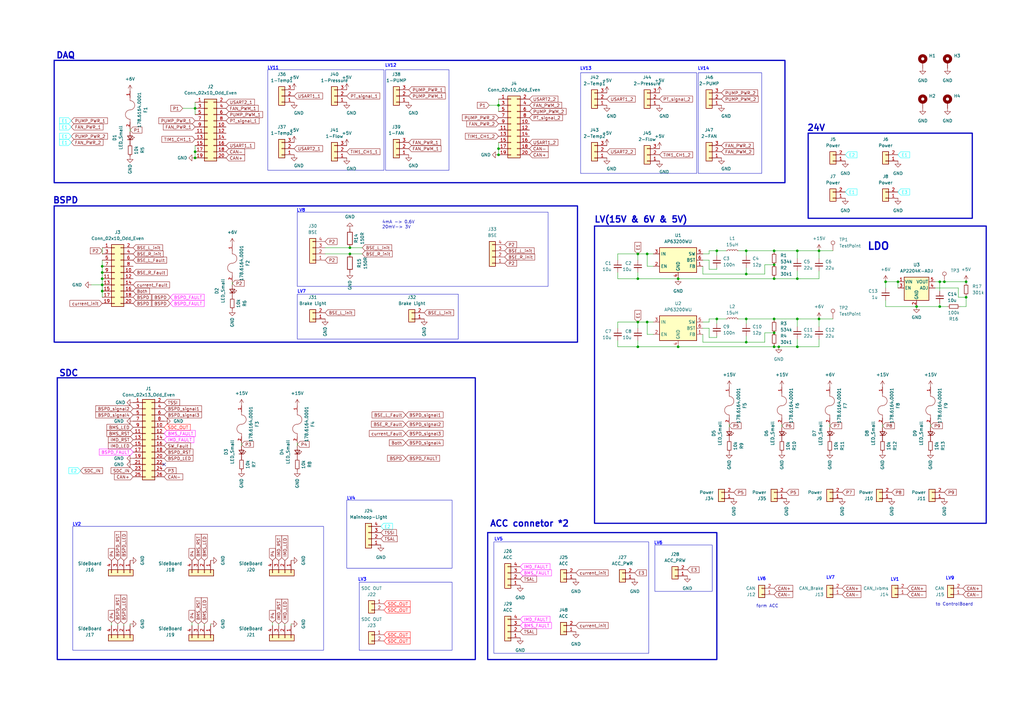
<source format=kicad_sch>
(kicad_sch (version 20231120) (generator "eeschema") (generator_version "8.0")
  (paper "A3")
  (title_block (title "lv-mainboard") (date "2025-12-19") (rev "v2025.12"))
  (junction (at 265.43 104.14))
  (junction (at 327.025 130.81))
  (junction (at 294.005 130.81))
  (junction (at 80.01 44.45))
  (junction (at 327.025 102.87))
  (junction (at 265.43 132.08))
  (junction (at 396.24 115.57))
  (junction (at 385.445 115.57))
  (junction (at 306.07 102.87))
  (junction (at 261.62 132.08))
  (junction (at 80.01 62.23))
  (junction (at 368.3 115.57))
  (junction (at 317.5 108.585))
  (junction (at 41.91 111.76))
  (junction (at 278.13 114.3))
  (junction (at 317.5 102.87))
  (junction (at 317.5 130.81))
  (junction (at 261.62 104.14))
  (junction (at 261.62 114.3))
  (junction (at 375.92 125.73))
  (junction (at 204.47 63.5))
  (junction (at 306.07 140.335))
  (junction (at 335.915 102.87))
  (junction (at 41.91 114.3))
  (junction (at 306.07 130.81))
  (junction (at 317.5 142.24))
  (junction (at 327.025 142.24))
  (junction (at 363.22 115.57))
  (junction (at 261.62 142.24))
  (junction (at 143.51 104.14))
  (junction (at 306.07 112.395))
  (junction (at 204.47 43.18))
  (junction (at 327.025 114.3))
  (junction (at 387.35 115.57))
  (junction (at 143.51 101.6))
  (junction (at 80.01 64.77))
  (junction (at 41.91 109.22))
  (junction (at 41.91 116.84))
  (junction (at 335.915 130.81))
  (junction (at 317.5 136.525))
  (junction (at 204.47 60.96))
  (junction (at 41.91 119.38))
  (junction (at 317.5 114.3))
  (junction (at 385.445 125.73))
  (junction (at 278.13 142.24))
  (junction (at 396.24 121.92))
  (junction (at 294.005 102.87))
  (junction (at 319.405 142.24))
  (no_connect (at 67.31 190.5))
  (wire (pts (xy 335.915 130.81) (xy 341.63 130.81)))
  (wire (pts (xy 363.22 115.57) (xy 363.22 118.11)))
  (wire (pts (xy 396.24 121.285) (xy 396.24 121.92)))
  (wire (pts (xy 306.07 140.335) (xy 306.07 137.795)))
  (wire (pts (xy 290.83 138.43) (xy 294.005 138.43)))
  (wire (pts (xy 99.06 181.61) (xy 99.06 182.88)))
  (wire (pts (xy 313.69 108.585) (xy 317.5 108.585)))
  (wire (pts (xy 133.35 104.14) (xy 143.51 104.14)))
  (wire (pts (xy 327.025 142.24) (xy 319.405 142.24)))
  (wire (pts (xy 80.01 41.91) (xy 80.01 44.45)))
  (wire (pts (xy 50.8 256.54) (xy 50.8 255.905)))
  (wire (pts (xy 317.5 102.87) (xy 327.025 102.87)))
  (wire (pts (xy 41.91 109.22) (xy 41.91 111.76)))
  (wire (pts (xy 41.91 101.6) (xy 41.91 104.14)))
  (wire (pts (xy 302.895 130.81) (xy 306.07 130.81)))
  (wire (pts (xy 335.915 102.87) (xy 341.63 102.87)))
  (wire (pts (xy 294.005 104.775) (xy 294.005 102.87)))
  (wire (pts (xy 306.07 102.87) (xy 317.5 102.87)))
  (wire (pts (xy 41.91 111.76) (xy 41.91 114.3)))
  (wire (pts (xy 327.025 142.24) (xy 335.915 142.24)))
  (wire (pts (xy 265.43 104.14) (xy 265.43 109.22)))
  (wire (pts (xy 265.43 132.08) (xy 265.43 137.16)))
  (wire (pts (xy 327.025 114.3) (xy 335.915 114.3)))
  (wire (pts (xy 111.76 256.54) (xy 111.76 255.27)))
  (wire (pts (xy 265.43 104.14) (xy 267.97 104.14)))
  (wire (pts (xy 53.34 52.705) (xy 53.34 53.975)))
  (wire (pts (xy 204.47 43.18) (xy 204.47 45.72)))
  (wire (pts (xy 261.62 132.08) (xy 261.62 134.62)))
  (wire (pts (xy 278.13 142.24) (xy 317.5 142.24)))
  (wire (pts (xy 294.005 138.43) (xy 294.005 137.795)))
  (wire (pts (xy 81.28 256.54) (xy 81.28 255.905)))
  (wire (pts (xy 288.29 106.68) (xy 290.83 106.68)))
  (wire (pts (xy 253.365 104.14) (xy 253.365 106.68)))
  (wire (pts (xy 261.62 104.14) (xy 265.43 104.14)))
  (wire (pts (xy 294.005 130.81) (xy 297.815 130.81)))
  (wire (pts (xy 200.66 43.18) (xy 204.47 43.18)))
  (wire (pts (xy 306.07 102.87) (xy 306.07 104.775)))
  (wire (pts (xy 335.915 139.065) (xy 335.915 142.24)))
  (wire (pts (xy 143.51 101.6) (xy 148.59 101.6)))
  (wire (pts (xy 288.29 137.16) (xy 288.29 140.335)))
  (wire (pts (xy 319.405 142.24) (xy 317.5 142.24)))
  (wire (pts (xy 253.365 139.7) (xy 253.365 142.24)))
  (wire (pts (xy 306.07 130.81) (xy 306.07 132.715)))
  (wire (pts (xy 317.5 113.665) (xy 317.5 114.3)))
  (wire (pts (xy 383.54 115.57) (xy 385.445 115.57)))
  (wire (pts (xy 290.83 130.81) (xy 290.83 132.08)))
  (wire (pts (xy 302.895 102.87) (xy 306.07 102.87)))
  (wire (pts (xy 320.675 173.99) (xy 320.675 175.26)))
  (wire (pts (xy 253.365 111.76) (xy 253.365 114.3)))
  (wire (pts (xy 45.72 256.54) (xy 45.72 255.27)))
  (wire (pts (xy 387.35 115.57) (xy 396.24 115.57)))
  (wire (pts (xy 288.29 140.335) (xy 306.07 140.335)))
  (wire (pts (xy 119.38 256.54) (xy 119.38 255.905)))
  (wire (pts (xy 368.3 115.57) (xy 363.22 115.57)))
  (wire (pts (xy 290.83 104.14) (xy 288.29 104.14)))
  (wire (pts (xy 327.025 139.065) (xy 327.025 142.24)))
  (wire (pts (xy 290.83 102.87) (xy 294.005 102.87)))
  (wire (pts (xy 41.91 114.3) (xy 41.91 116.84)))
  (wire (pts (xy 385.445 124.46) (xy 385.445 125.73)))
  (wire (pts (xy 204.47 58.42) (xy 204.47 60.96)))
  (wire (pts (xy 396.24 115.57) (xy 396.24 116.205)))
  (wire (pts (xy 290.83 110.49) (xy 294.005 110.49)))
  (wire (pts (xy 368.3 115.57) (xy 368.3 118.11)))
  (wire (pts (xy 253.365 104.14) (xy 261.62 104.14)))
  (wire (pts (xy 363.22 123.19) (xy 363.22 125.73)))
  (wire (pts (xy 363.22 125.73) (xy 375.92 125.73)))
  (wire (pts (xy 317.5 141.605) (xy 317.5 142.24)))
  (wire (pts (xy 340.36 173.99) (xy 340.36 175.26)))
  (wire (pts (xy 80.01 44.45) (xy 80.01 46.99)))
  (wire (pts (xy 306.07 112.395) (xy 306.07 109.855)))
  (wire (pts (xy 204.47 40.64) (xy 204.47 43.18)))
  (wire (pts (xy 253.365 132.08) (xy 261.62 132.08)))
  (wire (pts (xy 80.01 59.69) (xy 80.01 62.23)))
  (wire (pts (xy 253.365 132.08) (xy 253.365 134.62)))
  (wire (pts (xy 41.91 119.38) (xy 41.91 121.92)))
  (wire (pts (xy 53.34 256.54) (xy 53.34 255.905)))
  (wire (pts (xy 393.7 125.73) (xy 396.24 125.73)))
  (wire (pts (xy 290.83 130.81) (xy 294.005 130.81)))
  (wire (pts (xy 327.025 130.81) (xy 335.915 130.81)))
  (wire (pts (xy 290.83 134.62) (xy 290.83 138.43)))
  (wire (pts (xy 294.005 110.49) (xy 294.005 109.855)))
  (wire (pts (xy 361.95 173.99) (xy 361.95 175.26)))
  (wire (pts (xy 313.69 136.525) (xy 317.5 136.525)))
  (wire (pts (xy 306.07 130.81) (xy 317.5 130.81)))
  (wire (pts (xy 393.065 118.11) (xy 393.065 121.92)))
  (wire (pts (xy 288.29 109.22) (xy 288.29 112.395)))
  (wire (pts (xy 327.025 102.87) (xy 335.915 102.87)))
  (wire (pts (xy 83.82 256.54) (xy 83.82 255.905)))
  (wire (pts (xy 48.26 256.54) (xy 48.26 255.905)))
  (wire (pts (xy 396.24 121.92) (xy 396.24 125.73)))
  (wire (pts (xy 290.83 106.68) (xy 290.83 110.49)))
  (wire (pts (xy 294.005 132.715) (xy 294.005 130.81)))
  (wire (pts (xy 253.365 142.24) (xy 261.62 142.24)))
  (wire (pts (xy 381.635 173.99) (xy 381.635 175.26)))
  (wire (pts (xy 306.07 112.395) (xy 313.69 112.395)))
  (wire (pts (xy 41.91 116.84) (xy 41.91 119.38)))
  (wire (pts (xy 317.5 131.445) (xy 317.5 130.81)))
  (wire (pts (xy 335.915 102.87) (xy 335.915 106.045)))
  (wire (pts (xy 327.025 133.985) (xy 327.025 130.81)))
  (wire (pts (xy 385.445 115.57) (xy 385.445 119.38)))
  (wire (pts (xy 253.365 114.3) (xy 261.62 114.3)))
  (wire (pts (xy 327.025 111.125) (xy 327.025 114.3)))
  (wire (pts (xy 294.005 102.87) (xy 297.815 102.87)))
  (wire (pts (xy 393.065 118.11) (xy 383.54 118.11)))
  (wire (pts (xy 265.43 109.22) (xy 267.97 109.22)))
  (wire (pts (xy 78.74 256.54) (xy 78.74 255.27)))
  (wire (pts (xy 327.025 114.3) (xy 317.5 114.3)))
  (wire (pts (xy 317.5 114.3) (xy 278.13 114.3)))
  (wire (pts (xy 95.25 115.57) (xy 95.25 116.84)))
  (wire (pts (xy 74.93 44.45) (xy 80.01 44.45)))
  (wire (pts (xy 327.025 106.045) (xy 327.025 102.87)))
  (wire (pts (xy 204.47 60.96) (xy 204.47 63.5)))
  (wire (pts (xy 313.69 140.335) (xy 313.69 136.525)))
  (wire (pts (xy 335.915 130.81) (xy 335.915 133.985)))
  (wire (pts (xy 261.62 111.76) (xy 261.62 114.3)))
  (wire (pts (xy 265.43 132.08) (xy 267.97 132.08)))
  (wire (pts (xy 290.83 132.08) (xy 288.29 132.08)))
  (wire (pts (xy 261.62 132.08) (xy 265.43 132.08)))
  (wire (pts (xy 86.36 256.54) (xy 86.36 255.905)))
  (wire (pts (xy 133.35 101.6) (xy 143.51 101.6)))
  (wire (pts (xy 385.445 125.73) (xy 388.62 125.73)))
  (wire (pts (xy 299.085 173.99) (xy 299.085 175.26)))
  (wire (pts (xy 261.62 114.3) (xy 278.13 114.3)))
  (wire (pts (xy 80.01 62.23) (xy 80.01 64.77)))
  (wire (pts (xy 313.69 112.395) (xy 313.69 108.585)))
  (wire (pts (xy 288.29 112.395) (xy 306.07 112.395)))
  (wire (pts (xy 288.29 134.62) (xy 290.83 134.62)))
  (wire (pts (xy 317.5 130.81) (xy 327.025 130.81)))
  (wire (pts (xy 261.62 104.14) (xy 261.62 106.68)))
  (wire (pts (xy 114.3 256.54) (xy 114.3 255.905)))
  (wire (pts (xy 37.465 116.84) (xy 41.91 116.84)))
  (wire (pts (xy 121.92 181.61) (xy 121.92 182.88)))
  (wire (pts (xy 393.065 121.92) (xy 396.24 121.92)))
  (wire (pts (xy 143.51 104.14) (xy 148.59 104.14)))
  (wire (pts (xy 335.915 111.125) (xy 335.915 114.3)))
  (wire (pts (xy 265.43 137.16) (xy 267.97 137.16)))
  (wire (pts (xy 116.84 256.54) (xy 116.84 255.905)))
  (wire (pts (xy 385.445 115.57) (xy 387.35 115.57)))
  (wire (pts (xy 317.5 103.505) (xy 317.5 102.87)))
  (wire (pts (xy 290.83 102.87) (xy 290.83 104.14)))
  (wire (pts (xy 41.91 106.68) (xy 41.91 109.22)))
  (wire (pts (xy 261.62 142.24) (xy 278.13 142.24)))
  (wire (pts (xy 261.62 139.7) (xy 261.62 142.24)))
  (wire (pts (xy 375.92 125.73) (xy 385.445 125.73)))
  (wire (pts (xy 306.07 140.335) (xy 313.69 140.335)))
  (rectangle (start 121.92 86.995) (end 224.79 117.475))
  (rectangle (start 22.225 84.455) (end 236.855 140.335) (stroke (width 0.5)))
  (rectangle (start 147.32 238.76) (end 185.42 266.7))
  (rectangle (start 142.24 205.105) (end 185.42 233.045))
  (rectangle (start 268.605 223.52) (end 292.1 242.57))
  (rectangle (start 158.115 28.575) (end 184.15 69.85))
  (rectangle (start 23.495 154.94) (end 194.945 270.51) (stroke (width 0.5)))
  (rectangle (start 200.025 218.44) (end 294.005 270.51) (stroke (width 0.5)))
  (rectangle (start 243.84 92.71) (end 404.495 214.63) (stroke (width 0.5)))
  (rectangle (start 22.225 24.765) (end 321.945 74.93) (stroke (width 0.5)))
  (rectangle (start 109.855 28.575) (end 157.48 69.85))
  (rectangle (start 121.92 120.65) (end 187.96 139.065))
  (rectangle (start 238.125 29.845) (end 285.75 71.12))
  (rectangle (start 331.47 54.61) (end 398.78 89.535) (stroke (width 0.5)))
  (rectangle (start 202.565 222.25) (end 266.065 267.97))
  (rectangle (start 286.385 29.845) (end 312.42 71.12))
  (rectangle (start 29.845 215.9) (end 132.715 266.7))
  (text "4mA -> 0.6V\n20mV-> 3V" (at 156.718 92.202 0) (effects (font (size 1.27 1.27)) (justify left)))
  (text "to ControlBoard" (at 391.414 247.904 0) (effects (font (size 1.27 1.27))))
  (text "LV6\n" (at 270.002 222.758 0) (effects (font (size 1.27 1.27) (thickness 0.254) (bold yes))))
  (text "LV(15V & 6V & 5V)" (at 262.89 90.17 0) (effects (font (size 2.54 2.54) (thickness 0.508) (bold yes))))
  (text "BSPD" (at 26.924 82.296 0) (effects (font (size 2.54 2.54) (thickness 0.508) (bold yes))))
  (text "LV4\n" (at 144.018 204.47 0) (effects (font (size 1.27 1.27) (thickness 0.254) (bold yes))))
  (text "form ACC" (at 314.706 248.666 0) (effects (font (size 1.27 1.27))))
  (text "LV3" (at 148.59 237.744 0) (effects (font (size 1.27 1.27) (thickness 0.254) (bold yes))))
  (text "LDO" (at 355.6 102.87 0) (effects (font (size 3 3) (thickness 0.6) (bold yes)) (justify left bottom)))
  (text "LV7\n" (at 123.698 119.634 0) (effects (font (size 1.27 1.27) (thickness 0.254) (bold yes))))
  (text "LV12\n\n" (at 160.274 27.94 0) (effects (font (size 1.27 1.27) (thickness 0.254) (bold yes))))
  (text "LV1" (at 367.03 237.744 0) (effects (font (size 1.27 1.27) (thickness 0.254) (bold yes))))
  (text "DAQ" (at 26.924 22.86 0) (effects (font (size 2.54 2.54) (thickness 0.508) (bold yes))))
  (text "LV7\n" (at 340.614 236.982 0) (effects (font (size 1.27 1.27) (thickness 0.254) (bold yes))))
  (text "LV8\n" (at 123.444 86.36 0) (effects (font (size 1.27 1.27) (thickness 0.254) (bold yes))))
  (text "ACC connetor *2" (at 217.17 214.884 0) (effects (font (size 2.54 2.54) (thickness 0.508) (bold yes))))
  (text "LV14\n\n" (at 288.544 29.21 0) (effects (font (size 1.27 1.27) (thickness 0.254) (bold yes))))
  (text "24V" (at 334.772 52.578 0) (effects (font (size 2.54 2.54) (thickness 0.508) (bold yes))))
  (text "LV2" (at 31.496 215.138 0) (effects (font (size 1.27 1.27) (thickness 0.254) (bold yes))))
  (text "LV6\n" (at 312.42 237.49 0) (effects (font (size 1.27 1.27) (thickness 0.254) (bold yes))))
  (text "SDC" (at 28.194 153.162 0) (effects (font (size 2.54 2.54) (thickness 0.508) (bold yes))))
  (text "LV9" (at 389.636 237.236 0) (effects (font (size 1.27 1.27) (thickness 0.254) (bold yes))))
  (text "LV13\n\n" (at 240.284 29.21 0) (effects (font (size 1.27 1.27) (thickness 0.254) (bold yes))))
  (text "LV5\n" (at 204.47 221.234 0) (effects (font (size 1.27 1.27) (thickness 0.254) (bold yes))))
  (text "LV11\n" (at 112.014 27.94 0) (effects (font (size 1.27 1.27) (thickness 0.254) (bold yes))))
  (global_label "TSAL" (shape input) (at 213.36 259.08 0) (property "Intersheetrefs" "${INTERSHEET_REFS}" (effects (hide yes))))
  (global_label "IMD_FAULT" (shape input) (at 213.36 254 0) (property "Intersheetrefs" "${INTERSHEET_REFS}" (effects (hide yes))))
  (global_label "BSE_R_init" (shape input) (at 148.59 104.14 0) (property "Intersheetrefs" "${INTERSHEET_REFS}" (effects (hide yes))))
  (global_label "P2" (shape input) (at 207.01 107.95 0) (property "Intersheetrefs" "${INTERSHEET_REFS}" (effects (hide yes))))
  (global_label "IMD_LED" (shape input) (at 54.61 182.88 180) (property "Intersheetrefs" "${INTERSHEET_REFS}" (effects (hide yes))))
  (global_label "SDC_OUT" (shape input) (at 67.31 175.26 0) (property "Intersheetrefs" "${INTERSHEET_REFS}" (effects (hide yes))))
  (global_label "TIM1_CH1_1" (shape input) (at 142.24 62.23 0) (property "Intersheetrefs" "${INTERSHEET_REFS}" (effects (hide yes))))
  (global_label "P7" (shape input) (at 340.36 174.625 0) (property "Intersheetrefs" "${INTERSHEET_REFS}" (effects (hide yes))))
  (global_label "SDC_OUT" (shape input) (at 157.48 250.19 0) (property "Intersheetrefs" "${INTERSHEET_REFS}" (effects (hide yes))))
  (global_label "BSPD_signal4" (shape input) (at 166.37 181.61 0) (property "Intersheetrefs" "${INTERSHEET_REFS}" (effects (hide yes))))
  (global_label "BSPD" (shape input) (at 69.85 121.92 180) (property "Intersheetrefs" "${INTERSHEET_REFS}" (effects (hide yes))))
  (global_label "PT_signal_1" (shape input) (at 92.71 49.53 0) (property "Intersheetrefs" "${INTERSHEET_REFS}" (effects (hide yes))))
  (global_label "CAN+" (shape input) (at 345.44 241.3 0) (property "Intersheetrefs" "${INTERSHEET_REFS}" (effects (hide yes))))
  (global_label "IMD_LED" (shape input) (at 116.84 229.87 90) (property "Intersheetrefs" "${INTERSHEET_REFS}" (effects (hide yes))))
  (global_label "BMS_RST" (shape input) (at 81.28 255.905 90) (property "Intersheetrefs" "${INTERSHEET_REFS}" (effects (hide yes))))
  (global_label "USART2_1" (shape input) (at 92.71 41.91 0) (property "Intersheetrefs" "${INTERSHEET_REFS}" (effects (hide yes))))
  (global_label "current_Fault" (shape input) (at 54.61 116.84 0) (property "Intersheetrefs" "${INTERSHEET_REFS}" (effects (hide yes))))
  (global_label "CAN-" (shape input) (at 394.97 243.84 0) (property "Intersheetrefs" "${INTERSHEET_REFS}" (effects (hide yes))))
  (global_label "E1" (shape input) (at 261.62 132.08 90) (property "Intersheetrefs" "${INTERSHEET_REFS}" (effects (hide yes))))
  (global_label "PUMP_PWR_1" (shape input) (at 80.01 49.53 180) (property "Intersheetrefs" "${INTERSHEET_REFS}" (effects (hide yes))))
  (global_label "P4" (shape input) (at 111.76 229.87 90) (property "Intersheetrefs" "${INTERSHEET_REFS}" (effects (hide yes))))
  (global_label "FAN_PWM_2" (shape input) (at 217.17 43.18 0) (property "Intersheetrefs" "${INTERSHEET_REFS}" (effects (hide yes))))
  (global_label "PT_signal_1" (shape input) (at 142.24 39.37 0) (property "Intersheetrefs" "${INTERSHEET_REFS}" (effects (hide yes))))
  (global_label "BSE_R_init" (shape input) (at 207.01 105.41 0) (property "Intersheetrefs" "${INTERSHEET_REFS}" (effects (hide yes))))
  (global_label "E3" (shape input) (at 368.3 78.74 0) (property "Intersheetrefs" "${INTERSHEET_REFS}" (effects (hide yes))))
  (global_label "TIM1_CH1_2" (shape input) (at 270.51 63.5 0) (property "Intersheetrefs" "${INTERSHEET_REFS}" (effects (hide yes))))
  (global_label "P7" (shape input) (at 345.44 201.93 0) (property "Intersheetrefs" "${INTERSHEET_REFS}" (effects (hide yes))))
  (global_label "BSPD" (shape input) (at 166.37 187.96 180) (property "Intersheetrefs" "${INTERSHEET_REFS}" (effects (hide yes))))
  (global_label "P2" (shape input) (at 41.91 102.87 180) (property "Intersheetrefs" "${INTERSHEET_REFS}" (effects (hide yes))))
  (global_label "TSAL" (shape input) (at 213.36 237.49 0) (property "Intersheetrefs" "${INTERSHEET_REFS}" (effects (hide yes))))
  (global_label "BSPD_RST" (shape input) (at 48.26 229.87 90) (property "Intersheetrefs" "${INTERSHEET_REFS}" (effects (hide yes))))
  (global_label "USART2_1" (shape input) (at 120.65 60.96 0) (property "Intersheetrefs" "${INTERSHEET_REFS}" (effects (hide yes))))
  (global_label "P2" (shape input) (at 207.01 100.33 0) (property "Intersheetrefs" "${INTERSHEET_REFS}" (effects (hide yes))))
  (global_label "FAN_PWR_1" (shape input) (at 80.01 52.07 180) (property "Intersheetrefs" "${INTERSHEET_REFS}" (effects (hide yes))))
  (global_label "P2" (shape input) (at 95.25 116.205 0) (property "Intersheetrefs" "${INTERSHEET_REFS}" (effects (hide yes))))
  (global_label "CAN-" (shape input) (at 67.31 195.58 0) (property "Intersheetrefs" "${INTERSHEET_REFS}" (effects (hide yes))))
  (global_label "E3" (shape input) (at 260.35 234.95 0) (property "Intersheetrefs" "${INTERSHEET_REFS}" (effects (hide yes))))
  (global_label "BSE_R_init" (shape input) (at 54.61 104.14 0) (property "Intersheetrefs" "${INTERSHEET_REFS}" (effects (hide yes))))
  (global_label "P8" (shape input) (at 365.76 201.93 0) (property "Intersheetrefs" "${INTERSHEET_REFS}" (effects (hide yes))))
  (global_label "IMD_FAULT" (shape input) (at 67.31 180.34 0) (property "Intersheetrefs" "${INTERSHEET_REFS}" (effects (hide yes))))
  (global_label "FAN_PWM_1" (shape input) (at 92.71 44.45 0) (property "Intersheetrefs" "${INTERSHEET_REFS}" (effects (hide yes))))
  (global_label "PT_signal_2" (shape input) (at 217.17 48.26 0) (property "Intersheetrefs" "${INTERSHEET_REFS}" (effects (hide yes))))
  (global_label "PUMP_PWR_1" (shape input) (at 167.64 36.83 0) (property "Intersheetrefs" "${INTERSHEET_REFS}" (effects (hide yes))))
  (global_label "CAN+" (shape input) (at 54.61 195.58 180) (property "Intersheetrefs" "${INTERSHEET_REFS}" (effects (hide yes))))
  (global_label "current_init" (shape input) (at 236.22 256.54 0) (property "Intersheetrefs" "${INTERSHEET_REFS}" (effects (hide yes))))
  (global_label "USART1_2" (shape input) (at 248.92 40.64 0) (property "Intersheetrefs" "${INTERSHEET_REFS}" (effects (hide yes))))
  (global_label "BSPD_signal1" (shape input) (at 67.31 167.64 0) (property "Intersheetrefs" "${INTERSHEET_REFS}" (effects (hide yes))))
  (global_label "CAN+" (shape input) (at 372.11 241.3 0) (property "Intersheetrefs" "${INTERSHEET_REFS}" (effects (hide yes))))
  (global_label "FAN_PWR_2" (shape input) (at 295.91 59.69 0) (property "Intersheetrefs" "${INTERSHEET_REFS}" (effects (hide yes))))
  (global_label "IMD_RST" (shape input) (at 54.61 180.34 180) (property "Intersheetrefs" "${INTERSHEET_REFS}" (effects (hide yes))))
  (global_label "BSPD_RST" (shape input) (at 48.26 255.905 90) (property "Intersheetrefs" "${INTERSHEET_REFS}" (effects (hide yes))))
  (global_label "CAN-" (shape input) (at 317.5 243.84 0) (property "Intersheetrefs" "${INTERSHEET_REFS}" (effects (hide yes))))
  (global_label "BSPD_RST" (shape input) (at 67.31 185.42 0) (property "Intersheetrefs" "${INTERSHEET_REFS}" (effects (hide yes))))
  (global_label "BSPD_signal2" (shape input) (at 54.61 167.64 180) (property "Intersheetrefs" "${INTERSHEET_REFS}" (effects (hide yes))))
  (global_label "current_init" (shape input) (at 236.22 234.95 0) (property "Intersheetrefs" "${INTERSHEET_REFS}" (effects (hide yes))))
  (global_label "BSE_R_Fault" (shape input) (at 54.61 111.76 0) (property "Intersheetrefs" "${INTERSHEET_REFS}" (effects (hide yes))))
  (global_label "FAN_PWR_1" (shape input) (at 29.21 52.07 0) (property "Intersheetrefs" "${INTERSHEET_REFS}" (effects (hide yes))))
  (global_label "E1" (shape input) (at 29.21 58.42 180) (property "Intersheetrefs" "${INTERSHEET_REFS}" (effects (hide yes))))
  (global_label "SDC_IN" (shape input) (at 54.61 193.04 180) (property "Intersheetrefs" "${INTERSHEET_REFS}" (effects (hide yes))))
  (global_label "USART2_2" (shape input) (at 248.92 62.23 0) (property "Intersheetrefs" "${INTERSHEET_REFS}" (effects (hide yes))))
  (global_label "E1" (shape input) (at 29.21 52.07 180) (property "Intersheetrefs" "${INTERSHEET_REFS}" (effects (hide yes))))
  (global_label "CAN+" (shape input) (at 217.17 63.5 0) (property "Intersheetrefs" "${INTERSHEET_REFS}" (effects (hide yes))))
  (global_label "E1" (shape input) (at 29.21 55.88 180) (property "Intersheetrefs" "${INTERSHEET_REFS}" (effects (hide yes))))
  (global_label "P6" (shape input) (at 320.675 174.625 0) (property "Intersheetrefs" "${INTERSHEET_REFS}" (effects (hide yes))))
  (global_label "PUMP_PWR_1" (shape input) (at 29.21 49.53 0) (property "Intersheetrefs" "${INTERSHEET_REFS}" (effects (hide yes))))
  (global_label "BSE_R_Fault" (shape input) (at 166.37 173.99 180) (property "Intersheetrefs" "${INTERSHEET_REFS}" (effects (hide yes))))
  (global_label "P3" (shape input) (at 67.31 193.04 0) (property "Intersheetrefs" "${INTERSHEET_REFS}" (effects (hide yes))))
  (global_label "E3" (shape input) (at 281.94 233.68 0) (property "Intersheetrefs" "${INTERSHEET_REFS}" (effects (hide yes))))
  (global_label "SDC_OUT" (shape input) (at 157.48 262.89 0) (property "Intersheetrefs" "${INTERSHEET_REFS}" (effects (hide yes))))
  (global_label "BSE_L_init" (shape input) (at 133.35 128.27 0) (property "Intersheetrefs" "${INTERSHEET_REFS}" (effects (hide yes))))
  (global_label "FAN_PWR_1" (shape input) (at 167.64 58.42 0) (property "Intersheetrefs" "${INTERSHEET_REFS}" (effects (hide yes))))
  (global_label "BMS_FAULT" (shape input) (at 213.36 256.54 0) (property "Intersheetrefs" "${INTERSHEET_REFS}" (effects (hide yes))))
  (global_label "E1" (shape input) (at 261.62 104.14 90) (property "Intersheetrefs" "${INTERSHEET_REFS}" (effects (hide yes))))
  (global_label "BSPD_FAULT" (shape input) (at 69.85 121.92 0) (property "Intersheetrefs" "${INTERSHEET_REFS}" (effects (hide yes))))
  (global_label "P4" (shape input) (at 45.72 255.27 90) (property "Intersheetrefs" "${INTERSHEET_REFS}" (effects (hide yes))))
  (global_label "BSE_L_init" (shape input) (at 207.01 102.87 0) (property "Intersheetrefs" "${INTERSHEET_REFS}" (effects (hide yes))))
  (global_label "BSPD_signal3" (shape input) (at 166.37 177.8 0) (property "Intersheetrefs" "${INTERSHEET_REFS}" (effects (hide yes))))
  (global_label "BSPD_signal3" (shape input) (at 67.31 170.18 0) (property "Intersheetrefs" "${INTERSHEET_REFS}" (effects (hide yes))))
  (global_label "E2" (shape input) (at 346.71 63.5 0) (property "Intersheetrefs" "${INTERSHEET_REFS}" (effects (hide yes))))
  (global_label "BMS_RST" (shape input) (at 81.28 229.87 90) (property "Intersheetrefs" "${INTERSHEET_REFS}" (effects (hide yes))))
  (global_label "PUMP_PWM_1" (shape input) (at 167.64 39.37 0) (property "Intersheetrefs" "${INTERSHEET_REFS}" (effects (hide yes))))
  (global_label "FAN_PWR_2" (shape input) (at 204.47 50.8 180) (property "Intersheetrefs" "${INTERSHEET_REFS}" (effects (hide yes))))
  (global_label "BSE_L_init" (shape input) (at 148.59 101.6 0) (property "Intersheetrefs" "${INTERSHEET_REFS}" (effects (hide yes))))
  (global_label "PUMP_PWM_1" (shape input) (at 92.71 46.99 0) (property "Intersheetrefs" "${INTERSHEET_REFS}" (effects (hide yes))))
  (global_label "BSPD_signal4" (shape input) (at 54.61 170.18 180) (property "Intersheetrefs" "${INTERSHEET_REFS}" (effects (hide yes))))
  (global_label "USART1_2" (shape input) (at 217.17 58.42 0) (property "Intersheetrefs" "${INTERSHEET_REFS}" (effects (hide yes))))
  (global_label "SW_Fault" (shape input) (at 67.31 182.88 0) (property "Intersheetrefs" "${INTERSHEET_REFS}" (effects (hide yes))))
  (global_label "E2" (shape input) (at 156.21 215.9 0) (property "Intersheetrefs" "${INTERSHEET_REFS}" (effects (hide yes))))
  (global_label "IMD_RST" (shape input) (at 114.3 255.905 90) (property "Intersheetrefs" "${INTERSHEET_REFS}" (effects (hide yes))))
  (global_label "IMD_LED" (shape input) (at 116.84 255.905 90) (property "Intersheetrefs" "${INTERSHEET_REFS}" (effects (hide yes))))
  (global_label "CAN-" (shape input) (at 345.44 243.84 0) (property "Intersheetrefs" "${INTERSHEET_REFS}" (effects (hide yes))))
  (global_label "PUMP_PWR_2" (shape input) (at 295.91 38.1 0) (property "Intersheetrefs" "${INTERSHEET_REFS}" (effects (hide yes))))
  (global_label "P4" (shape input) (at 111.76 255.27 90) (property "Intersheetrefs" "${INTERSHEET_REFS}" (effects (hide yes))))
  (global_label "BSPD_FAULT" (shape input) (at 69.85 124.46 0) (property "Intersheetrefs" "${INTERSHEET_REFS}" (effects (hide yes))))
  (global_label "PUMP_PWM_2" (shape input) (at 295.91 40.64 0) (property "Intersheetrefs" "${INTERSHEET_REFS}" (effects (hide yes))))
  (global_label "BSE_L_Fault" (shape input) (at 166.37 170.18 180) (property "Intersheetrefs" "${INTERSHEET_REFS}" (effects (hide yes))))
  (global_label "BSPD_LED" (shape input) (at 50.8 255.905 90) (property "Intersheetrefs" "${INTERSHEET_REFS}" (effects (hide yes))))
  (global_label "USART1_1" (shape input) (at 92.71 59.69 0) (property "Intersheetrefs" "${INTERSHEET_REFS}" (effects (hide yes))))
  (global_label "current_init" (shape input) (at 41.91 124.46 180) (property "Intersheetrefs" "${INTERSHEET_REFS}" (effects (hide yes))))
  (global_label "BSPD_signal1" (shape input) (at 166.37 170.18 0) (property "Intersheetrefs" "${INTERSHEET_REFS}" (effects (hide yes))))
  (global_label "BMS_RST" (shape input) (at 54.61 177.8 180) (property "Intersheetrefs" "${INTERSHEET_REFS}" (effects (hide yes))))
  (global_label "BSE_L_Fault" (shape input) (at 54.61 106.68 0) (property "Intersheetrefs" "${INTERSHEET_REFS}" (effects (hide yes))))
  (global_label "CAN-" (shape input) (at 217.17 60.96 0) (property "Intersheetrefs" "${INTERSHEET_REFS}" (effects (hide yes))))
  (global_label "E2" (shape input) (at 33.02 193.04 180) (property "Intersheetrefs" "${INTERSHEET_REFS}" (effects (hide yes))))
  (global_label "P5" (shape input) (at 299.085 174.625 0) (property "Intersheetrefs" "${INTERSHEET_REFS}" (effects (hide yes))))
  (global_label "PUMP_PWM_2" (shape input) (at 217.17 45.72 0) (property "Intersheetrefs" "${INTERSHEET_REFS}" (effects (hide yes))))
  (global_label "P4" (shape input) (at 78.74 229.87 90) (property "Intersheetrefs" "${INTERSHEET_REFS}" (effects (hide yes))))
  (global_label "P1" (shape input) (at 53.34 53.34 0) (property "Intersheetrefs" "${INTERSHEET_REFS}" (effects (hide yes))))
  (global_label "SDC_IN" (shape input) (at 33.02 193.04 0) (property "Intersheetrefs" "${INTERSHEET_REFS}" (effects (hide yes))))
  (global_label "P2" (shape input) (at 133.35 106.68 0) (property "Intersheetrefs" "${INTERSHEET_REFS}" (effects (hide yes))))
  (global_label "P2" (shape input) (at 133.35 99.06 0) (property "Intersheetrefs" "${INTERSHEET_REFS}" (effects (hide yes))))
  (global_label "CAN+" (shape input) (at 394.97 241.3 0) (property "Intersheetrefs" "${INTERSHEET_REFS}" (effects (hide yes))))
  (global_label "BMS_FAULT" (shape input) (at 67.31 177.8 0) (property "Intersheetrefs" "${INTERSHEET_REFS}" (effects (hide yes))))
  (global_label "CAN-" (shape input) (at 92.71 62.23 0) (property "Intersheetrefs" "${INTERSHEET_REFS}" (effects (hide yes))))
  (global_label "P9" (shape input) (at 381.635 174.625 0) (property "Intersheetrefs" "${INTERSHEET_REFS}" (effects (hide yes))))
  (global_label "P5" (shape input) (at 322.58 201.93 0) (property "Intersheetrefs" "${INTERSHEET_REFS}" (effects (hide yes))))
  (global_label "P3" (shape input) (at 99.06 182.245 0) (property "Intersheetrefs" "${INTERSHEET_REFS}" (effects (hide yes))))
  (global_label "BSPD" (shape input) (at 54.61 121.92 0) (property "Intersheetrefs" "${INTERSHEET_REFS}" (effects (hide yes))))
  (global_label "FAN_PWM_1" (shape input) (at 167.64 60.96 0) (property "Intersheetrefs" "${INTERSHEET_REFS}" (effects (hide yes))))
  (global_label "CAN-" (shape input) (at 372.11 243.84 0) (property "Intersheetrefs" "${INTERSHEET_REFS}" (effects (hide yes))))
  (global_label "TIM1_CH1_1" (shape input) (at 80.01 57.15 180) (property "Intersheetrefs" "${INTERSHEET_REFS}" (effects (hide yes))))
  (global_label "E1" (shape input) (at 346.71 78.74 0) (property "Intersheetrefs" "${INTERSHEET_REFS}" (effects (hide yes))))
  (global_label "TIM1_CH1_2" (shape input) (at 204.47 55.88 180) (property "Intersheetrefs" "${INTERSHEET_REFS}" (effects (hide yes))))
  (global_label "BSE_L_init" (shape input) (at 54.61 101.6 0) (property "Intersheetrefs" "${INTERSHEET_REFS}" (effects (hide yes))))
  (global_label "BMS_LED" (shape input) (at 54.61 175.26 180) (property "Intersheetrefs" "${INTERSHEET_REFS}" (effects (hide yes))))
  (global_label "FAN_PWM_2" (shape input) (at 295.91 62.23 0) (property "Intersheetrefs" "${INTERSHEET_REFS}" (effects (hide yes))))
  (global_label "TSSI" (shape input) (at 67.31 165.1 0) (property "Intersheetrefs" "${INTERSHEET_REFS}" (effects (hide yes))))
  (global_label "SDC_OUT" (shape input) (at 157.48 247.65 0) (property "Intersheetrefs" "${INTERSHEET_REFS}" (effects (hide yes))))
  (global_label "BSPD_LED" (shape input) (at 67.31 187.96 0) (property "Intersheetrefs" "${INTERSHEET_REFS}" (effects (hide yes))))
  (global_label "P4" (shape input) (at 121.92 182.245 0) (property "Intersheetrefs" "${INTERSHEET_REFS}" (effects (hide yes))))
  (global_label "P4" (shape input) (at 45.72 229.87 90) (property "Intersheetrefs" "${INTERSHEET_REFS}" (effects (hide yes))))
  (global_label "P5" (shape input) (at 300.99 201.93 0) (property "Intersheetrefs" "${INTERSHEET_REFS}" (effects (hide yes))))
  (global_label "BSPD" (shape input) (at 54.61 124.46 0) (property "Intersheetrefs" "${INTERSHEET_REFS}" (effects (hide yes))))
  (global_label "USART1_1" (shape input) (at 120.65 39.37 0) (property "Intersheetrefs" "${INTERSHEET_REFS}" (effects (hide yes))))
  (global_label "P8" (shape input) (at 361.95 174.625 0) (property "Intersheetrefs" "${INTERSHEET_REFS}" (effects (hide yes))))
  (global_label "CAN+" (shape input) (at 317.5 241.3 0) (property "Intersheetrefs" "${INTERSHEET_REFS}" (effects (hide yes))))
  (global_label "BSE_L_init" (shape input) (at 173.99 128.27 0) (property "Intersheetrefs" "${INTERSHEET_REFS}" (effects (hide yes))))
  (global_label "Both" (shape input) (at 54.61 119.38 0) (property "Intersheetrefs" "${INTERSHEET_REFS}" (effects (hide yes))))
  (global_label "PT_signal_2" (shape input) (at 270.51 40.64 0) (property "Intersheetrefs" "${INTERSHEET_REFS}" (effects (hide yes))))
  (global_label "BMS_FAULT" (shape input) (at 213.36 234.95 0) (property "Intersheetrefs" "${INTERSHEET_REFS}" (effects (hide yes))))
  (global_label "TSAL" (shape input) (at 156.21 220.98 0) (property "Intersheetrefs" "${INTERSHEET_REFS}" (effects (hide yes))))
  (global_label "E1" (shape input) (at 29.21 49.53 180) (property "Intersheetrefs" "${INTERSHEET_REFS}" (effects (hide yes))))
  (global_label "TSSI" (shape input) (at 156.21 218.44 0) (property "Intersheetrefs" "${INTERSHEET_REFS}" (effects (hide yes))))
  (global_label "P1" (shape input) (at 200.66 43.18 180) (property "Intersheetrefs" "${INTERSHEET_REFS}" (effects (hide yes))))
  (global_label "BSPD_signal2" (shape input) (at 166.37 173.99 0) (property "Intersheetrefs" "${INTERSHEET_REFS}" (effects (hide yes))))
  (global_label "PUMP_PWR_2" (shape input) (at 29.21 55.88 0) (property "Intersheetrefs" "${INTERSHEET_REFS}" (effects (hide yes))))
  (global_label "BSPD_LED" (shape input) (at 50.8 229.87 90) (property "Intersheetrefs" "${INTERSHEET_REFS}" (effects (hide yes))))
  (global_label "BSPD" (shape input) (at 69.85 124.46 180) (property "Intersheetrefs" "${INTERSHEET_REFS}" (effects (hide yes))))
  (global_label "P9" (shape input) (at 387.35 201.93 0) (property "Intersheetrefs" "${INTERSHEET_REFS}" (effects (hide yes))))
  (global_label "Both" (shape input) (at 166.37 181.61 180) (property "Intersheetrefs" "${INTERSHEET_REFS}" (effects (hide yes))))
  (global_label "P1" (shape input) (at 74.93 44.45 180) (property "Intersheetrefs" "${INTERSHEET_REFS}" (effects (hide yes))))
  (global_label "IMD_FAULT" (shape input) (at 213.36 232.41 0) (property "Intersheetrefs" "${INTERSHEET_REFS}" (effects (hide yes))))
  (global_label "BMS_LED" (shape input) (at 83.82 255.905 90) (property "Intersheetrefs" "${INTERSHEET_REFS}" (effects (hide yes))))
  (global_label "IMD_RST" (shape input) (at 114.3 229.87 90) (property "Intersheetrefs" "${INTERSHEET_REFS}" (effects (hide yes))))
  (global_label "USART2_2" (shape input) (at 217.17 40.64 0) (property "Intersheetrefs" "${INTERSHEET_REFS}" (effects (hide yes))))
  (global_label "BMS_LED" (shape input) (at 83.82 229.87 90) (property "Intersheetrefs" "${INTERSHEET_REFS}" (effects (hide yes))))
  (global_label "PUMP_PWR_2" (shape input) (at 204.47 48.26 180) (property "Intersheetrefs" "${INTERSHEET_REFS}" (effects (hide yes))))
  (global_label "FAN_PWR_2" (shape input) (at 29.21 58.42 0) (property "Intersheetrefs" "${INTERSHEET_REFS}" (effects (hide yes))))
  (global_label "BSPD_FAULT" (shape input) (at 166.37 187.96 0) (property "Intersheetrefs" "${INTERSHEET_REFS}" (effects (hide yes))))
  (global_label "E1" (shape input) (at 368.3 63.5 0) (property "Intersheetrefs" "${INTERSHEET_REFS}" (effects (hide yes))))
  (global_label "current_Fault" (shape input) (at 166.37 177.8 180) (property "Intersheetrefs" "${INTERSHEET_REFS}" (effects (hide yes))))
  (global_label "CAN+" (shape input) (at 92.71 64.77 0) (property "Intersheetrefs" "${INTERSHEET_REFS}" (effects (hide yes))))
  (global_label "P4" (shape input) (at 78.74 255.27 90) (property "Intersheetrefs" "${INTERSHEET_REFS}" (effects (hide yes))))
  (global_label "SDC_OUT" (shape input) (at 157.48 260.35 0) (property "Intersheetrefs" "${INTERSHEET_REFS}" (effects (hide yes))))
  (global_label "BSPD_FAULT" (shape input) (at 54.61 185.42 180) (property "Intersheetrefs" "${INTERSHEET_REFS}" (effects (hide yes))))
  (symbol (lib_id "Mechanical:MountingHole_Pad") (at 388.62 41.91 0) (unit 1)
    (property "Reference" "H4" (at 391.16 39.37 0) (effects (justify left)))
    (property "Value" "MountingHole_Pad" (effects (hide yes)))
    (property "Footprint" "MountingHole:MountingHole_4.3mm_M4_ISO7380_Pad" (effects (hide yes)))
  )
  (symbol (lib_id "power:GND") (at 365.76 204.47 0) (unit 1)
    (property "Reference" "#PWR46" (effects (hide yes)))
    (property "Value" "GND" (at 365.76 207.645 90) (effects (justify right)))
  )
  (symbol (lib_id "Device:C_Small") (at 335.915 136.525 0) (unit 1)
    (property "Reference" "C12" (at 338.455 135.2613 0) (effects (justify left)))
    (property "Value" "22u" (at 338.455 137.8013 0) (effects (justify left)))
    (property "Footprint" "Capacitor_SMD:C_0805_2012Metric" (effects (hide yes)))
  )
  (symbol (lib_id "power:GND") (at 119.38 255.905 90) (unit 1)
    (property "Reference" "#PWR52" (effects (hide yes)))
    (property "Value" "GND" (at 124.46 255.905 0))
  )
  (symbol (lib_id "Device:L_Small") (at 300.355 130.81 90) (unit 1)
    (property "Reference" "L2" (at 300.355 125.73 90))
    (property "Value" "15uH" (at 300.355 128.27 90))
    (property "Footprint" "Inductor_SMD:L_Coilcraft_XAL6060-XXX" (effects (hide yes)))
  )
  (symbol (lib_id "Connector_Generic:Conn_02x10_Odd_Even") (at 46.99 111.76 0) (unit 1)
    (property "Reference" "J3" (at 48.26 95.25 0))
    (property "Value" "Conn_02x10_Odd_Even" (at 48.26 97.79 0))
    (property "Footprint" "Connector_PinSocket_2.54mm:PinSocket_2x10_P2.54mm_Vertical" (effects (hide yes)))
  )
  (symbol (lib_id "power:GND") (at 53.34 229.87 90) (unit 1)
    (property "Reference" "#PWR26" (effects (hide yes)))
    (property "Value" "GND" (at 58.42 229.87 0))
  )
  (symbol (lib_id "Device:R_Small") (at 317.5 133.985 0) (unit 1)
    (property "Reference" "R3" (at 320.04 132.715 0) (effects (justify left)))
    (property "Value" "534k" (at 320.04 135.255 0) (effects (justify left)))
    (property "Footprint" "Resistor_SMD:R_0603_1608Metric" (effects (hide yes)))
  )
  (symbol (lib_id "178.6164.0001:178.6164.0001") (at 320.675 166.37 270) (unit 1)
    (property "Reference" "F6" (at 327.025 166.37 0))
    (property "Value" "178.6164.0001" (at 324.485 166.37 0))
    (property "Footprint" "178.6164.0001:LITTELFUSE_178.6164.0001" (effects (hide yes)))
    (property "Description" "FUSE HOLDER BLADE 80V PCB | Littelfuse 178.6164.0001" (effects (hide yes)))
    (property "MF" "Littelfuse Inc." (effects (hide yes)))
    (property "MAXIMUM_PACKAGE_HEIGHT" "17.50mm" (effects (hide yes)))
    (property "Package" "None" (effects (hide yes)))
    (property "Price" "None" (effects (hide yes)))
    (property "Check_prices" "https://www.snapeda.com/parts/178.6164.0001/Littelfuse/view-part/?ref=eda" (effects (hide yes)))
    (property "STANDARD" "Manufacturer Recommendations" (effects (hide yes)))
    (property "PARTREV" "06.04.05" (effects (hide yes)))
    (property "SnapEDA_Link" "https://www.snapeda.com/parts/178.6164.0001/Littelfuse/view-part/?ref=snap" (effects (hide yes)))
    (property "MP" "178.6164.0001" (effects (hide yes)))
    (property "SNAPEDA_PN" "178.6164.0002" (effects (hide yes)))
    (property "Availability" "In Stock" (effects (hide yes)))
    (property "MANUFACTURER" "Littelfuse" (effects (hide yes)))
  )
  (symbol (lib_id "Connector_Generic:Conn_01x04") (at 116.84 261.62 270) (unit 1)
    (property "Reference" "J21" (at 102.87 260.35 90))
    (property "Value" "SideBoard" (at 102.87 257.81 90))
    (property "Footprint" "Connector_JST:JST_XH_B4B-XH-A_1x04_P2.50mm_Vertical" (effects (hide yes)))
  )
  (symbol (lib_id "power:GND") (at 319.405 142.24 0) (unit 1)
    (property "Reference" "#PWR22" (effects (hide yes)))
    (property "Value" "GND" (at 319.405 147.32 0))
  )
  (symbol (lib_id "Connector_Generic:Conn_01x02") (at 276.86 236.22 180) (unit 1)
    (property "Reference" "J28" (at 276.86 227.33 0))
    (property "Value" "ACC_PRW" (at 276.86 229.87 0))
    (property "Footprint" "Connector_JST:JST_XH_B2B-XH-A_1x02_P2.50mm_Vertical" (effects (hide yes)))
  )
  (symbol (lib_id "power:+6V") (at 335.915 130.81 0) (unit 1)
    (property "Reference" "#PWR23" (effects (hide yes)))
    (property "Value" "+6V" (at 335.915 125.73 0))
    (property "Description" "Power symbol creates a global label with name \"+6V\"" (effects (hide yes)))
  )
  (symbol (lib_id "Device:LED_Small") (at 299.085 177.8 270) (mirror x) (unit 1)
    (property "Reference" "D5" (at 292.735 177.7365 0))
    (property "Value" "LED_Small" (at 295.275 177.7365 0))
    (property "Footprint" "LED_SMD:LED_0805_2012Metric" (effects (hide yes)))
  )
  (symbol (lib_id "Device:LED_Small") (at 340.36 177.8 270) (mirror x) (unit 1)
    (property "Reference" "D7" (at 334.01 177.7365 0))
    (property "Value" "LED_Small" (at 336.55 177.7365 0))
    (property "Footprint" "LED_SMD:LED_0805_2012Metric" (effects (hide yes)))
  )
  (symbol (lib_id "power:GND") (at 375.92 125.73 0) (unit 1)
    (property "Reference" "#PWR74" (effects (hide yes)))
    (property "Value" "GND" (at 375.92 130.175 0))
  )
  (symbol (lib_id "power:GND") (at 295.91 43.18 0) (unit 1)
    (property "Reference" "#PWR71" (effects (hide yes)))
    (property "Value" "GND" (at 297.815 47.625 0))
  )
  (symbol (lib_id "Device:C_Small") (at 294.005 135.255 0) (unit 1)
    (property "Reference" "C9" (at 296.545 133.9913 0) (effects (justify left)))
    (property "Value" "100n" (at 296.545 136.5313 0) (effects (justify left)))
    (property "Footprint" "Capacitor_SMD:C_0603_1608Metric" (effects (hide yes)))
  )
  (symbol (lib_id "Device:R_Small") (at 317.5 106.045 0) (unit 1)
    (property "Reference" "R1" (at 320.04 104.775 0) (effects (justify left)))
    (property "Value" "534k" (at 320.04 107.315 0) (effects (justify left)))
    (property "Footprint" "Resistor_SMD:R_0603_1608Metric" (effects (hide yes)))
  )
  (symbol (lib_id "Regulator_Linear:AP2204K-ADJ") (at 375.92 118.11 0) (unit 1)
    (property "Reference" "U3" (at 375.92 108.585 0))
    (property "Value" "AP2204K-ADJ" (at 375.92 111.125 0))
    (property "Footprint" "Package_TO_SOT_SMD:SOT-23-5" (effects (hide yes)))
    (property "Datasheet" "https://www.diodes.com/assets/Datasheets/AP2204.pdf" (effects (hide yes)))
  )
  (symbol (lib_id "Connector_Generic:Conn_01x02") (at 152.4 260.35 0) (mirror y) (unit 1)
    (property "Reference" "J23" (at 152.4 256.54 0))
    (property "Value" "SDC OUT" (at 152.4 254 0))
    (property "Footprint" "Connector_AMASS:AMASS_XT60-M_1x02_P7.20mm_Vertical" (effects (hide yes)))
  )
  (symbol (lib_id "Device:R_Small") (at 317.5 111.125 0) (unit 1)
    (property "Reference" "R2" (at 320.04 109.855 0) (effects (justify left)))
    (property "Value" "30k1" (at 320.04 112.395 0) (effects (justify left)))
    (property "Footprint" "Resistor_SMD:R_0603_1608Metric" (effects (hide yes)))
  )
  (symbol (lib_id "power:GND") (at 322.58 204.47 0) (unit 1)
    (property "Reference" "#PWR53" (effects (hide yes)))
    (property "Value" "GND" (at 322.58 207.645 90) (effects (justify right)))
  )
  (symbol (lib_id "power:+6V") (at 363.22 115.57 0) (unit 1)
    (property "Reference" "#PWR12" (effects (hide yes)))
    (property "Value" "+6V" (at 363.22 110.49 0))
    (property "Description" "Power symbol creates a global label with name \"+6V\"" (effects (hide yes)))
  )
  (symbol (lib_id "power:GND") (at 213.36 240.03 0) (unit 1)
    (property "Reference" "#PWR57" (effects (hide yes)))
    (property "Value" "GND" (at 213.36 245.11 0))
  )
  (symbol (lib_id "power:GND") (at 368.3 81.28 0) (unit 1)
    (property "Reference" "#PWR32" (effects (hide yes)))
    (property "Value" "GND" (at 368.3 86.36 0))
  )
  (symbol (lib_id "Device:LED_Small") (at 361.95 177.8 270) (mirror x) (unit 1)
    (property "Reference" "D8" (at 355.6 177.7365 0))
    (property "Value" "LED_Small" (at 358.14 177.7365 0))
    (property "Footprint" "LED_SMD:LED_0805_2012Metric" (effects (hide yes)))
  )
  (symbol (lib_id "power:GND") (at 236.22 237.49 0) (unit 1)
    (property "Reference" "#PWR55" (effects (hide yes)))
    (property "Value" "GND" (at 236.22 242.57 0))
  )
  (symbol (lib_id "Device:C_Small") (at 261.62 109.22 0) (mirror y) (unit 1)
    (property "Reference" "C2" (at 259.08 107.9563 0) (effects (justify left)))
    (property "Value" "10u" (at 259.08 110.4963 0) (effects (justify left)))
    (property "Footprint" "Capacitor_SMD:C_0805_2012Metric" (effects (hide yes)))
  )
  (symbol (lib_id "power:+15V") (at 361.95 158.75 0) (unit 1)
    (property "Reference" "#PWR41" (effects (hide yes)))
    (property "Value" "+15V" (at 361.95 153.67 0))
  )
  (symbol (lib_id "Connector_Generic:Conn_01x04") (at 201.93 105.41 180) (unit 1)
    (property "Reference" "J33" (at 201.93 93.98 0))
    (property "Value" "BSE" (at 201.93 96.52 0))
    (property "Footprint" "Connector_JST:JST_XH_B4B-XH-A_1x04_P2.50mm_Vertical" (effects (hide yes)))
  )
  (symbol (lib_id "power:GND") (at 53.34 255.905 90) (unit 1)
    (property "Reference" "#PWR48" (effects (hide yes)))
    (property "Value" "GND" (at 58.42 255.905 0))
  )
  (symbol (lib_id "power:GND") (at 121.92 193.04 0) (unit 1)
    (property "Reference" "#PWR34" (effects (hide yes)))
    (property "Value" "GND" (at 121.92 196.215 90) (effects (justify right)))
  )
  (symbol (lib_id "power:GND") (at 53.34 64.135 0) (unit 1)
    (property "Reference" "#PWR25" (effects (hide yes)))
    (property "Value" "GND" (at 53.34 67.31 90) (effects (justify right)))
  )
  (symbol (lib_id "Device:LED_Small") (at 53.34 56.515 270) (mirror x) (unit 1)
    (property "Reference" "D1" (at 46.99 56.4515 0))
    (property "Value" "LED_Small" (at 49.53 56.4515 0))
    (property "Footprint" "LED_SMD:LED_0805_2012Metric" (effects (hide yes)))
  )
  (symbol (lib_id "Connector_Generic:Conn_01x03") (at 115.57 39.37 180) (unit 1)
    (property "Reference" "J36" (at 115.57 30.48 0))
    (property "Value" "1-Temp1" (at 115.57 33.02 0))
    (property "Footprint" "Connector_JST:JST_XH_B3B-XH-A_1x03_P2.50mm_Vertical" (effects (hide yes)))
  )
  (symbol (lib_id "power:GND") (at 320.675 185.42 0) (unit 1)
    (property "Reference" "#PWR38" (effects (hide yes)))
    (property "Value" "GND" (at 320.675 188.595 90) (effects (justify right)))
  )
  (symbol (lib_id "Connector_Generic:Conn_01x04") (at 208.28 237.49 180) (unit 1)
    (property "Reference" "J26" (at 208.28 226.06 0))
    (property "Value" "ACC" (at 208.28 228.6 0))
    (property "Footprint" "Connector_JST:JST_XH_B4B-XH-A_1x04_P2.50mm_Vertical" (effects (hide yes)))
  )
  (symbol (lib_id "power:GND") (at 378.46 27.94 0) (unit 1)
    (property "Reference" "#PWR1" (effects (hide yes)))
    (property "Value" "GND" (at 378.46 33.02 0))
  )
  (symbol (lib_id "Connector_Generic:Conn_01x02") (at 295.91 204.47 180) (unit 1)
    (property "Reference" "J34" (at 292.735 204.4701 0) (effects (justify left)))
    (property "Value" "Power" (at 292.735 201.9301 0) (effects (justify left)))
    (property "Footprint" "Connector_JST:JST_XH_B2B-XH-A_1x02_P2.50mm_Vertical" (effects (hide yes)))
  )
  (symbol (lib_id "Regulator_Switching:AP63200WU") (at 278.13 134.62 0) (unit 1)
    (property "Reference" "U2" (at 278.13 124.46 0))
    (property "Value" "AP63200WU" (at 278.13 127 0))
    (property "Footprint" "Package_TO_SOT_SMD:TSOT-23-6" (effects (hide yes)))
    (property "Datasheet" "https://www.diodes.com/assets/Datasheets/AP63200-AP63201-AP63203-AP63205.pdf" (effects (hide yes)))
  )
  (symbol (lib_id "power:GND") (at 54.61 187.96 270) (unit 1)
    (property "Reference" "#PWR13" (effects (hide yes)))
    (property "Value" "GND" (at 50.8 187.96 90) (effects (justify right)))
  )
  (symbol (lib_id "Device:R_Small") (at 391.16 125.73 90) (mirror x) (unit 1)
    (property "Reference" "R16" (at 391.16 130.81 90))
    (property "Value" "100k" (at 391.16 128.27 90))
    (property "Footprint" "Resistor_SMD:R_0603_1608Metric" (effects (hide yes)))
  )
  (symbol (lib_id "power:+15V") (at 320.675 158.75 0) (unit 1)
    (property "Reference" "#PWR37" (effects (hide yes)))
    (property "Value" "+15V" (at 320.675 153.67 0))
  )
  (symbol (lib_id "Device:R_Small") (at 299.085 182.88 0) (mirror x) (unit 1)
    (property "Reference" "R9" (at 304.165 182.88 90))
    (property "Value" "10k" (at 301.625 182.88 90))
    (property "Footprint" "Resistor_SMD:R_0603_1608Metric" (effects (hide yes)))
  )
  (symbol (lib_id "Connector_Generic:Conn_01x02") (at 341.63 81.28 180) (unit 1)
    (property "Reference" "J7" (at 341.63 72.39 0))
    (property "Value" "Power" (at 341.63 74.93 0))
    (property "Footprint" "Connector_JST:JST_XH_S2B-XH-A-1_1x02_P2.50mm_Horizontal" (effects (hide yes)))
  )
  (symbol (lib_id "Device:R_Small") (at 53.34 61.595 0) (mirror x) (unit 1)
    (property "Reference" "R5" (at 58.42 61.595 90))
    (property "Value" "10k" (at 55.88 61.595 90))
    (property "Footprint" "Resistor_SMD:R_0603_1608Metric" (effects (hide yes)))
  )
  (symbol (lib_id "power:GND") (at 340.36 185.42 0) (unit 1)
    (property "Reference" "#PWR40" (effects (hide yes)))
    (property "Value" "GND" (at 340.36 188.595 90) (effects (justify right)))
  )
  (symbol (lib_id "Device:R_Small") (at 396.24 118.745 0) (unit 1)
    (property "Reference" "R17" (at 398.78 117.475 0) (effects (justify left)))
    (property "Value" "301k" (at 398.78 120.015 0) (effects (justify left)))
    (property "Footprint" "Resistor_SMD:R_0603_1608Metric" (effects (hide yes)))
  )
  (symbol (lib_id "power:GND") (at 388.62 27.94 0) (unit 1)
    (property "Reference" "#PWR3" (effects (hide yes)))
    (property "Value" "GND" (at 388.62 33.02 0))
  )
  (symbol (lib_id "power:+5V") (at 270.51 60.96 0) (unit 1)
    (property "Reference" "#PWR83" (effects (hide yes)))
    (property "Value" "+5V" (at 270.51 55.88 0))
  )
  (symbol (lib_id "power:GND") (at 378.46 44.45 0) (unit 1)
    (property "Reference" "#PWR2" (effects (hide yes)))
    (property "Value" "GND" (at 378.46 49.53 0))
  )
  (symbol (lib_id "Connector:TestPoint") (at 387.35 115.57 0) (unit 1)
    (property "Reference" "TP3" (at 389.89 110.998 0) (effects (justify left)))
    (property "Value" "TestPoint" (effects (hide yes)))
    (property "Footprint" "TestPoint:TestPoint_THTPad_D1.5mm_Drill0.7mm" (effects (hide yes)))
  )
  (symbol (lib_id "Connector_Generic:Conn_01x03") (at 290.83 62.23 180) (unit 1)
    (property "Reference" "J47" (at 290.83 53.34 0))
    (property "Value" "2-FAN" (at 290.83 55.88 0))
    (property "Footprint" "Connector_JST:JST_XH_B3B-XH-A_1x03_P2.50mm_Vertical" (effects (hide yes)))
  )
  (symbol (lib_id "power:+5V") (at 396.24 115.57 0) (unit 1)
    (property "Reference" "#PWR75" (effects (hide yes)))
    (property "Value" "+5V" (at 396.24 110.49 0))
  )
  (symbol (lib_id "power:GND") (at 236.22 259.08 0) (unit 1)
    (property "Reference" "#PWR73" (effects (hide yes)))
    (property "Value" "GND" (at 236.22 264.16 0))
  )
  (symbol (lib_id "Device:R_Small") (at 317.5 139.065 0) (unit 1)
    (property "Reference" "R4" (at 320.04 137.795 0) (effects (justify left)))
    (property "Value" "30k1" (at 320.04 140.335 0) (effects (justify left)))
    (property "Footprint" "Resistor_SMD:R_0603_1608Metric" (effects (hide yes)))
  )
  (symbol (lib_id "Mechanical:MountingHole_Pad") (at 378.46 25.4 0) (unit 1)
    (property "Reference" "H1" (at 381 22.86 0) (effects (justify left)))
    (property "Value" "MountingHole_Pad" (effects (hide yes)))
    (property "Footprint" "MountingHole:MountingHole_4.3mm_M4_ISO7380_Pad" (effects (hide yes)))
  )
  (symbol (lib_id "power:+5V") (at 270.51 38.1 0) (unit 1)
    (property "Reference" "#PWR81" (effects (hide yes)))
    (property "Value" "+5V" (at 270.51 33.02 0))
  )
  (symbol (lib_id "Connector_Generic:Conn_01x02") (at 363.22 66.04 180) (unit 1)
    (property "Reference" "J6" (at 363.22 57.15 0))
    (property "Value" "Power" (at 363.22 59.69 0))
    (property "Footprint" "Connector_JST:JST_XH_S2B-XH-A-1_1x02_P2.50mm_Horizontal" (effects (hide yes)))
  )
  (symbol (lib_id "Device:R_Small") (at 95.25 124.46 0) (mirror x) (unit 1)
    (property "Reference" "R6" (at 100.33 124.46 90))
    (property "Value" "10k" (at 97.79 124.46 90))
    (property "Footprint" "Resistor_SMD:R_0603_1608Metric" (effects (hide yes)))
  )
  (symbol (lib_id "Connector_Generic:Conn_01x04") (at 208.28 259.08 180) (unit 1)
    (property "Reference" "J29" (at 208.28 247.65 0))
    (property "Value" "ACC" (at 208.28 250.19 0))
    (property "Footprint" "Connector_JST:JST_XH_B4B-XH-A_1x04_P2.50mm_Vertical" (effects (hide yes)))
  )
  (symbol (lib_id "Connector_Generic:Conn_01x03") (at 265.43 40.64 180) (unit 1)
    (property "Reference" "J44" (at 265.43 31.75 0))
    (property "Value" "2-Pressure" (at 265.43 34.29 0))
    (property "Footprint" "Connector_JST:JST_XH_B3B-XH-A_1x03_P2.50mm_Vertical" (effects (hide yes)))
  )
  (symbol (lib_id "Connector_Generic:Conn_01x04") (at 83.82 261.62 270) (unit 1)
    (property "Reference" "J19" (at 69.85 260.35 90))
    (property "Value" "SideBoard" (at 69.85 257.81 90))
    (property "Footprint" "Connector_JST:JST_XH_B4B-XH-A_1x04_P2.50mm_Vertical" (effects (hide yes)))
  )
  (symbol (lib_id "power:GND") (at 120.65 63.5 0) (unit 1)
    (property "Reference" "#PWR62" (effects (hide yes)))
    (property "Value" "GND" (at 122.555 67.945 0))
  )
  (symbol (lib_id "Connector_Generic:Conn_01x04") (at 151.13 220.98 180) (unit 1)
    (property "Reference" "J24" (at 151.13 209.55 0))
    (property "Value" "Mainhoop-Light" (at 151.13 212.09 0))
    (property "Footprint" "Connector_JST:JST_XH_B4B-XH-A_1x04_P2.50mm_Vertical" (effects (hide yes)))
  )
  (symbol (lib_id "power:GND") (at 95.25 127 0) (unit 1)
    (property "Reference" "#PWR16" (effects (hide yes)))
    (property "Value" "GND" (at 95.25 130.175 90) (effects (justify right)))
  )
  (symbol (lib_id "Device:C_Small") (at 327.025 108.585 0) (unit 1)
    (property "Reference" "C5" (at 329.565 107.3213 0) (effects (justify left)))
    (property "Value" "22u" (at 329.565 109.8613 0) (effects (justify left)))
    (property "Footprint" "Capacitor_SMD:C_0805_2012Metric" (effects (hide yes)))
  )
  (symbol (lib_id "power:GND") (at 67.31 172.72 90) (unit 1)
    (property "Reference" "#PWR11" (effects (hide yes)))
    (property "Value" "GND" (at 71.12 172.72 90) (effects (justify right)))
  )
  (symbol (lib_id "Device:L_Small") (at 300.355 102.87 90) (unit 1)
    (property "Reference" "L1" (at 300.355 97.79 90))
    (property "Value" "15uH" (at 300.355 100.33 90))
    (property "Footprint" "Inductor_SMD:L_Coilcraft_XAL6060-XXX" (effects (hide yes)))
  )
  (symbol (lib_id "power:GND") (at 99.06 193.04 0) (unit 1)
    (property "Reference" "#PWR15" (effects (hide yes)))
    (property "Value" "GND" (at 99.06 196.215 90) (effects (justify right)))
  )
  (symbol (lib_id "Regulator_Switching:AP63200WU") (at 278.13 106.68 0) (unit 1)
    (property "Reference" "U1" (at 278.13 96.52 0))
    (property "Value" "AP63200WU" (at 278.13 99.06 0))
    (property "Footprint" "Package_TO_SOT_SMD:TSOT-23-6" (effects (hide yes)))
    (property "Datasheet" "https://www.diodes.com/assets/Datasheets/AP63200-AP63201-AP63203-AP63205.pdf" (effects (hide yes)))
  )
  (symbol (lib_id "Connector_Generic:Conn_01x03") (at 162.56 60.96 180) (unit 1)
    (property "Reference" "J39" (at 162.56 52.07 0))
    (property "Value" "1-FAN" (at 162.56 54.61 0))
    (property "Footprint" "Connector_JST:JST_XH_B3B-XH-A_1x03_P2.50mm_Vertical" (effects (hide yes)))
  )
  (symbol (lib_id "Device:R_Small") (at 320.675 182.88 0) (mirror x) (unit 1)
    (property "Reference" "R10" (at 325.755 182.88 90))
    (property "Value" "10k" (at 323.215 182.88 90))
    (property "Footprint" "Resistor_SMD:R_0603_1608Metric" (effects (hide yes)))
  )
  (symbol (lib_id "Device:LED_Small") (at 381.635 177.8 270) (mirror x) (unit 1)
    (property "Reference" "D9" (at 375.285 177.7365 0))
    (property "Value" "LED_Small" (at 377.825 177.7365 0))
    (property "Footprint" "LED_SMD:LED_0805_2012Metric" (effects (hide yes)))
  )
  (symbol (lib_id "Connector_Generic:Conn_01x03") (at 243.84 40.64 180) (unit 1)
    (property "Reference" "J42" (at 243.84 31.75 0))
    (property "Value" "2-Temp1" (at 243.84 34.29 0))
    (property "Footprint" "Connector_JST:JST_XH_B3B-XH-A_1x03_P2.50mm_Vertical" (effects (hide yes)))
  )
  (symbol (lib_id "power:+15V") (at 381.635 158.75 0) (unit 1)
    (property "Reference" "#PWR43" (effects (hide yes)))
    (property "Value" "+15V" (at 381.635 153.67 0))
  )
  (symbol (lib_id "power:GND") (at 387.35 204.47 0) (unit 1)
    (property "Reference" "#PWR47" (effects (hide yes)))
    (property "Value" "GND" (at 387.35 207.645 90) (effects (justify right)))
  )
  (symbol (lib_id "power:GND") (at 300.99 204.47 0) (unit 1)
    (property "Reference" "#PWR54" (effects (hide yes)))
    (property "Value" "GND" (at 300.99 207.645 90) (effects (justify right)))
  )
  (symbol (lib_id "power:GND") (at 281.94 236.22 0) (unit 1)
    (property "Reference" "#PWR58" (effects (hide yes)))
    (property "Value" "GND" (at 281.94 241.3 0))
  )
  (symbol (lib_id "178.6164.0001:178.6164.0001") (at 340.36 166.37 270) (unit 1)
    (property "Reference" "F7" (at 346.71 166.37 0))
    (property "Value" "178.6164.0001" (at 344.17 166.37 0))
    (property "Footprint" "178.6164.0001:LITTELFUSE_178.6164.0001" (effects (hide yes)))
    (property "Description" "FUSE HOLDER BLADE 80V PCB | Littelfuse 178.6164.0001" (effects (hide yes)))
    (property "MF" "Littelfuse Inc." (effects (hide yes)))
    (property "MAXIMUM_PACKAGE_HEIGHT" "17.50mm" (effects (hide yes)))
    (property "Package" "None" (effects (hide yes)))
    (property "Price" "None" (effects (hide yes)))
    (property "Check_prices" "https://www.snapeda.com/parts/178.6164.0001/Littelfuse/view-part/?ref=eda" (effects (hide yes)))
    (property "STANDARD" "Manufacturer Recommendations" (effects (hide yes)))
    (property "PARTREV" "06.04.05" (effects (hide yes)))
    (property "SnapEDA_Link" "https://www.snapeda.com/parts/178.6164.0001/Littelfuse/view-part/?ref=snap" (effects (hide yes)))
    (property "MP" "178.6164.0001" (effects (hide yes)))
    (property "SNAPEDA_PN" "178.6164.0002" (effects (hide yes)))
    (property "Availability" "In Stock" (effects (hide yes)))
    (property "MANUFACTURER" "Littelfuse" (effects (hide yes)))
  )
  (symbol (lib_id "Connector_Generic:Conn_01x02") (at 340.36 204.47 180) (unit 1)
    (property "Reference" "J9" (at 337.185 204.4701 0) (effects (justify left)))
    (property "Value" "Power" (at 337.185 201.9301 0) (effects (justify left)))
    (property "Footprint" "Connector_JST:JST_XH_B2B-XH-A_1x02_P2.50mm_Vertical" (effects (hide yes)))
  )
  (symbol (lib_id "power:GND") (at 120.65 41.91 0) (unit 1)
    (property "Reference" "#PWR61" (effects (hide yes)))
    (property "Value" "GND" (at 122.555 46.355 0))
  )
  (symbol (lib_id "Connector_Generic:Conn_01x02") (at 360.68 204.47 180) (unit 1)
    (property "Reference" "J10" (at 358.14 204.4701 0) (effects (justify left)))
    (property "Value" "Power" (at 358.14 201.9301 0) (effects (justify left)))
    (property "Footprint" "Connector_JST:JST_XH_B2B-XH-A_1x02_P2.50mm_Vertical" (effects (hide yes)))
  )
  (symbol (lib_id "power:+15V") (at 121.92 166.37 0) (unit 1)
    (property "Reference" "#PWR33" (effects (hide yes)))
    (property "Value" "+15V" (at 121.92 161.29 0))
  )
  (symbol (lib_id "Device:C_Small") (at 385.445 121.92 0) (mirror y) (unit 1)
    (property "Reference" "C14" (at 388.62 120.6563 0) (effects (justify right)))
    (property "Value" "10u" (at 388.62 123.1963 0) (effects (justify right)))
    (property "Footprint" "Capacitor_SMD:C_0805_2012Metric" (effects (hide yes)))
  )
  (symbol (lib_id "Device:R_Small") (at 381.635 182.88 0) (mirror x) (unit 1)
    (property "Reference" "R13" (at 386.715 182.88 90))
    (property "Value" "10k" (at 384.175 182.88 90))
    (property "Footprint" "Resistor_SMD:R_0603_1608Metric" (effects (hide yes)))
  )
  (symbol (lib_id "178.6164.0001:178.6164.0001") (at 99.06 173.99 270) (unit 1)
    (property "Reference" "F3" (at 105.41 173.99 0))
    (property "Value" "178.6164.0001" (at 102.87 173.99 0))
    (property "Footprint" "178.6164.0001:LITTELFUSE_178.6164.0001" (effects (hide yes)))
    (property "Description" "FUSE HOLDER BLADE 80V PCB | Littelfuse 178.6164.0001" (effects (hide yes)))
    (property "MF" "Littelfuse Inc." (effects (hide yes)))
    (property "MAXIMUM_PACKAGE_HEIGHT" "17.50mm" (effects (hide yes)))
    (property "Package" "None" (effects (hide yes)))
    (property "Price" "None" (effects (hide yes)))
    (property "Check_prices" "https://www.snapeda.com/parts/178.6164.0001/Littelfuse/view-part/?ref=eda" (effects (hide yes)))
    (property "STANDARD" "Manufacturer Recommendations" (effects (hide yes)))
    (property "PARTREV" "06.04.05" (effects (hide yes)))
    (property "SnapEDA_Link" "https://www.snapeda.com/parts/178.6164.0001/Littelfuse/view-part/?ref=snap" (effects (hide yes)))
    (property "MP" "178.6164.0001" (effects (hide yes)))
    (property "SNAPEDA_PN" "178.6164.0002" (effects (hide yes)))
    (property "Availability" "In Stock" (effects (hide yes)))
    (property "MANUFACTURER" "Littelfuse" (effects (hide yes)))
  )
  (symbol (lib_id "power:GND") (at 54.61 190.5 270) (unit 1)
    (property "Reference" "#PWR14" (effects (hide yes)))
    (property "Value" "GND" (at 50.8 190.5 90) (effects (justify right)))
  )
  (symbol (lib_id "power:GND") (at 345.44 204.47 0) (unit 1)
    (property "Reference" "#PWR45" (effects (hide yes)))
    (property "Value" "GND" (at 345.44 207.645 90) (effects (justify right)))
  )
  (symbol (lib_id "Connector_Generic:Conn_02x10_Odd_Even") (at 85.09 52.07 0) (unit 1)
    (property "Reference" "J2" (at 86.36 35.56 0))
    (property "Value" "Conn_02x10_Odd_Even" (at 86.36 38.1 0))
    (property "Footprint" "Connector_PinSocket_2.54mm:PinSocket_2x10_P2.54mm_Vertical" (effects (hide yes)))
  )
  (symbol (lib_id "power:GND") (at 295.91 64.77 0) (unit 1)
    (property "Reference" "#PWR72" (effects (hide yes)))
    (property "Value" "GND" (at 297.815 69.215 0))
  )
  (symbol (lib_id "power:GND") (at 142.24 41.91 0) (unit 1)
    (property "Reference" "#PWR65" (effects (hide yes)))
    (property "Value" "GND" (at 144.145 46.355 0))
  )
  (symbol (lib_id "Device:C_Small") (at 253.365 109.22 0) (mirror y) (unit 1)
    (property "Reference" "C1" (at 250.825 107.9563 0) (effects (justify left)))
    (property "Value" "10u" (at 250.825 110.4963 0) (effects (justify left)))
    (property "Footprint" "Capacitor_SMD:C_0805_2012Metric" (effects (hide yes)))
  )
  (symbol (lib_id "Connector_Generic:Conn_01x02") (at 231.14 259.08 180) (unit 1)
    (property "Reference" "J48" (at 231.14 250.19 0))
    (property "Value" "ACC" (at 231.14 252.73 0))
    (property "Footprint" "Connector_JST:JST_XH_B2B-XH-A_1x02_P2.50mm_Vertical" (effects (hide yes)))
  )
  (symbol (lib_id "power:GND") (at 86.36 229.87 90) (unit 1)
    (property "Reference" "#PWR49" (effects (hide yes)))
    (property "Value" "GND" (at 91.44 229.87 0))
  )
  (symbol (lib_id "Device:C_Small") (at 335.915 108.585 0) (unit 1)
    (property "Reference" "C6" (at 338.455 107.3213 0) (effects (justify left)))
    (property "Value" "22u" (at 338.455 109.8613 0) (effects (justify left)))
    (property "Footprint" "Capacitor_SMD:C_0805_2012Metric" (effects (hide yes)))
  )
  (symbol (lib_id "power:+5V") (at 120.65 36.83 0) (unit 1)
    (property "Reference" "#PWR76" (effects (hide yes)))
    (property "Value" "+5V" (at 120.65 31.75 0))
  )
  (symbol (lib_id "Device:R_Small") (at 361.95 182.88 0) (mirror x) (unit 1)
    (property "Reference" "R12" (at 367.03 182.88 90))
    (property "Value" "10k" (at 364.49 182.88 90))
    (property "Footprint" "Resistor_SMD:R_0603_1608Metric" (effects (hide yes)))
  )
  (symbol (lib_id "Device:LED_Small") (at 320.675 177.8 270) (mirror x) (unit 1)
    (property "Reference" "D6" (at 314.325 177.7365 0))
    (property "Value" "LED_Small" (at 316.865 177.7365 0))
    (property "Footprint" "LED_SMD:LED_0805_2012Metric" (effects (hide yes)))
  )
  (symbol (lib_id "Connector_Generic:Conn_01x04") (at 50.8 234.95 270) (unit 1)
    (property "Reference" "J16" (at 36.83 233.68 90))
    (property "Value" "SideBoard" (at 36.83 231.14 90))
    (property "Footprint" "Connector_JST:JST_XH_B4B-XH-A_1x04_P2.50mm_Vertical" (effects (hide yes)))
  )
  (symbol (lib_id "power:GND") (at 167.64 63.5 0) (unit 1)
    (property "Reference" "#PWR64" (effects (hide yes)))
    (property "Value" "GND" (at 169.545 67.945 0))
  )
  (symbol (lib_id "power:GND") (at 381.635 185.42 0) (unit 1)
    (property "Reference" "#PWR44" (effects (hide yes)))
    (property "Value" "GND" (at 381.635 188.595 90) (effects (justify right)))
  )
  (symbol (lib_id "Connector_Generic:Conn_01x02") (at 231.14 237.49 180) (unit 1)
    (property "Reference" "J25" (at 231.14 228.6 0))
    (property "Value" "ACC" (at 231.14 231.14 0))
    (property "Footprint" "Connector_JST:JST_XH_B2B-XH-A_1x02_P2.50mm_Vertical" (effects (hide yes)))
  )
  (symbol (lib_id "178.6164.0001:178.6164.0001") (at 361.95 166.37 270) (unit 1)
    (property "Reference" "F8" (at 368.3 166.37 0))
    (property "Value" "178.6164.0001" (at 365.76 166.37 0))
    (property "Footprint" "178.6164.0001:LITTELFUSE_178.6164.0001" (effects (hide yes)))
    (property "Description" "FUSE HOLDER BLADE 80V PCB | Littelfuse 178.6164.0001" (effects (hide yes)))
    (property "MF" "Littelfuse Inc." (effects (hide yes)))
    (property "MAXIMUM_PACKAGE_HEIGHT" "17.50mm" (effects (hide yes)))
    (property "Package" "None" (effects (hide yes)))
    (property "Price" "None" (effects (hide yes)))
    (property "Check_prices" "https://www.snapeda.com/parts/178.6164.0001/Littelfuse/view-part/?ref=eda" (effects (hide yes)))
    (property "STANDARD" "Manufacturer Recommendations" (effects (hide yes)))
    (property "PARTREV" "06.04.05" (effects (hide yes)))
    (property "SnapEDA_Link" "https://www.snapeda.com/parts/178.6164.0001/Littelfuse/view-part/?ref=snap" (effects (hide yes)))
    (property "MP" "178.6164.0001" (effects (hide yes)))
    (property "SNAPEDA_PN" "178.6164.0002" (effects (hide yes)))
    (property "Availability" "In Stock" (effects (hide yes)))
    (property "MANUFACTURER" "Littelfuse" (effects (hide yes)))
  )
  (symbol (lib_id "Device:R_Small") (at 121.92 190.5 0) (mirror x) (unit 1)
    (property "Reference" "R8" (at 127 190.5 90))
    (property "Value" "10k" (at 124.46 190.5 90))
    (property "Footprint" "Resistor_SMD:R_0603_1608Metric" (effects (hide yes)))
  )
  (symbol (lib_id "power:GND") (at 54.61 165.1 270) (unit 1)
    (property "Reference" "#PWR5" (effects (hide yes)))
    (property "Value" "GND" (at 51.435 165.1 90) (effects (justify right)))
  )
  (symbol (lib_id "power:+15V") (at 335.915 102.87 0) (unit 1)
    (property "Reference" "#PWR20" (effects (hide yes)))
    (property "Value" "+15V" (at 335.915 97.79 0))
  )
  (symbol (lib_id "178.6164.0001:178.6164.0001") (at 381.635 166.37 270) (unit 1)
    (property "Reference" "F9" (at 387.985 166.37 0))
    (property "Value" "178.6164.0001" (at 385.445 166.37 0))
    (property "Footprint" "178.6164.0001:LITTELFUSE_178.6164.0001" (effects (hide yes)))
    (property "Description" "FUSE HOLDER BLADE 80V PCB | Littelfuse 178.6164.0001" (effects (hide yes)))
    (property "MF" "Littelfuse Inc." (effects (hide yes)))
    (property "MAXIMUM_PACKAGE_HEIGHT" "17.50mm" (effects (hide yes)))
    (property "Package" "None" (effects (hide yes)))
    (property "Price" "None" (effects (hide yes)))
    (property "Check_prices" "https://www.snapeda.com/parts/178.6164.0001/Littelfuse/view-part/?ref=eda" (effects (hide yes)))
    (property "STANDARD" "Manufacturer Recommendations" (effects (hide yes)))
    (property "PARTREV" "06.04.05" (effects (hide yes)))
    (property "SnapEDA_Link" "https://www.snapeda.com/parts/178.6164.0001/Littelfuse/view-part/?ref=snap" (effects (hide yes)))
    (property "MP" "178.6164.0001" (effects (hide yes)))
    (property "SNAPEDA_PN" "178.6164.0002" (effects (hide yes)))
    (property "Availability" "In Stock" (effects (hide yes)))
    (property "MANUFACTURER" "Littelfuse" (effects (hide yes)))
  )
  (symbol (lib_id "Device:C_Small") (at 294.005 107.315 0) (unit 1)
    (property "Reference" "C3" (at 296.545 106.0513 0) (effects (justify left)))
    (property "Value" "100n" (at 296.545 108.5913 0) (effects (justify left)))
    (property "Footprint" "Capacitor_SMD:C_0603_1608Metric" (effects (hide yes)))
  )
  (symbol (lib_id "power:GND") (at 80.01 64.77 270) (unit 1)
    (property "Reference" "#PWR8" (effects (hide yes)))
    (property "Value" "GND" (at 76.835 64.77 90) (effects (justify right)))
  )
  (symbol (lib_id "power:GND") (at 133.35 130.81 0) (unit 1)
    (property "Reference" "#PWR28" (effects (hide yes)))
    (property "Value" "GND" (at 133.35 133.985 90) (effects (justify right)))
  )
  (symbol (lib_id "power:GND") (at 270.51 66.04 0) (unit 1)
    (property "Reference" "#PWR70" (effects (hide yes)))
    (property "Value" "GND" (at 272.415 70.485 0))
  )
  (symbol (lib_id "Connector:TestPoint") (at 341.63 102.87 0) (unit 1)
    (property "Reference" "TP1" (at 344.17 98.298 0) (effects (justify left)))
    (property "Value" "TestPoint" (at 344.17 100.838 0) (effects (justify left)))
    (property "Footprint" "TestPoint:TestPoint_THTPad_D1.5mm_Drill0.7mm" (effects (hide yes)))
  )
  (symbol (lib_id "Device:LED_Small") (at 121.92 185.42 270) (mirror x) (unit 1)
    (property "Reference" "D4" (at 115.57 185.3565 0))
    (property "Value" "LED_Small" (at 118.11 185.3565 0))
    (property "Footprint" "LED_SMD:LED_0805_2012Metric" (effects (hide yes)))
  )
  (symbol (lib_id "power:GND") (at 388.62 44.45 0) (unit 1)
    (property "Reference" "#PWR4" (effects (hide yes)))
    (property "Value" "GND" (at 388.62 49.53 0))
  )
  (symbol (lib_id "power:+5V") (at 142.24 36.83 0) (unit 1)
    (property "Reference" "#PWR77" (effects (hide yes)))
    (property "Value" "+5V" (at 142.24 31.75 0))
  )
  (symbol (lib_id "Connector_Generic:Conn_01x02") (at 255.27 237.49 180) (unit 1)
    (property "Reference" "J27" (at 255.27 228.6 0))
    (property "Value" "ACC_PWR" (at 255.27 231.14 0))
    (property "Footprint" "Connector_JST:JST_XH_B2B-XH-A_1x02_P2.50mm_Vertical" (effects (hide yes)))
  )
  (symbol (lib_id "Device:LED_Small") (at 95.25 119.38 270) (mirror x) (unit 1)
    (property "Reference" "D2" (at 88.9 119.3165 0))
    (property "Value" "LED_Small" (at 91.44 119.3165 0))
    (property "Footprint" "LED_SMD:LED_0805_2012Metric" (effects (hide yes)))
  )
  (symbol (lib_id "power:GND") (at 167.64 41.91 0) (unit 1)
    (property "Reference" "#PWR63" (effects (hide yes)))
    (property "Value" "GND" (at 169.545 46.355 0))
  )
  (symbol (lib_id "power:+5V") (at 142.24 59.69 0) (unit 1)
    (property "Reference" "#PWR79" (effects (hide yes)))
    (property "Value" "+5V" (at 142.24 54.61 0))
  )
  (symbol (lib_id "power:GND") (at 213.36 261.62 0) (unit 1)
    (property "Reference" "#PWR59" (effects (hide yes)))
    (property "Value" "GND" (at 213.36 266.7 0))
  )
  (symbol (lib_id "178.6164.0001:178.6164.0001") (at 299.085 166.37 270) (unit 1)
    (property "Reference" "F5" (at 305.435 166.37 0))
    (property "Value" "178.6164.0001" (at 302.895 166.37 0))
    (property "Footprint" "178.6164.0001:LITTELFUSE_178.6164.0001" (effects (hide yes)))
    (property "Description" "FUSE HOLDER BLADE 80V PCB | Littelfuse 178.6164.0001" (effects (hide yes)))
    (property "MF" "Littelfuse Inc." (effects (hide yes)))
    (property "MAXIMUM_PACKAGE_HEIGHT" "17.50mm" (effects (hide yes)))
    (property "Package" "None" (effects (hide yes)))
    (property "Price" "None" (effects (hide yes)))
    (property "Check_prices" "https://www.snapeda.com/parts/178.6164.0001/Littelfuse/view-part/?ref=eda" (effects (hide yes)))
    (property "STANDARD" "Manufacturer Recommendations" (effects (hide yes)))
    (property "PARTREV" "06.04.05" (effects (hide yes)))
    (property "SnapEDA_Link" "https://www.snapeda.com/parts/178.6164.0001/Littelfuse/view-part/?ref=snap" (effects (hide yes)))
    (property "MP" "178.6164.0001" (effects (hide yes)))
    (property "SNAPEDA_PN" "178.6164.0002" (effects (hide yes)))
    (property "Availability" "In Stock" (effects (hide yes)))
    (property "MANUFACTURER" "Littelfuse" (effects (hide yes)))
  )
  (symbol (lib_id "power:GND") (at 346.71 66.04 0) (unit 1)
    (property "Reference" "#PWR27" (effects (hide yes)))
    (property "Value" "GND" (at 346.71 71.12 0))
  )
  (symbol (lib_id "power:GND") (at 54.61 172.72 270) (unit 1)
    (property "Reference" "#PWR6" (effects (hide yes)))
    (property "Value" "GND" (at 50.8 172.72 90) (effects (justify right)))
  )
  (symbol (lib_id "Device:C_Small") (at 261.62 137.16 0) (mirror y) (unit 1)
    (property "Reference" "C8" (at 259.08 135.8963 0) (effects (justify left)))
    (property "Value" "10u" (at 259.08 138.4363 0) (effects (justify left)))
    (property "Footprint" "Capacitor_SMD:C_0805_2012Metric" (effects (hide yes)))
  )
  (symbol (lib_id "Connector_Generic:Conn_01x02") (at 312.42 243.84 180) (unit 1)
    (property "Reference" "J12" (at 309.88 243.8401 0) (effects (justify left)))
    (property "Value" "CAN" (at 309.88 241.3001 0) (effects (justify left)))
    (property "Footprint" "Connector_JST:JST_XH_B2B-XH-A_1x02_P2.50mm_Vertical" (effects (hide yes)))
  )
  (symbol (lib_id "power:+5V") (at 120.65 58.42 0) (unit 1)
    (property "Reference" "#PWR78" (effects (hide yes)))
    (property "Value" "+5V" (at 120.65 53.34 0))
  )
  (symbol (lib_id "Mechanical:MountingHole_Pad") (at 388.62 25.4 0) (unit 1)
    (property "Reference" "H3" (at 391.16 22.86 0) (effects (justify left)))
    (property "Value" "MountingHole_Pad" (effects (hide yes)))
    (property "Footprint" "MountingHole:MountingHole_4.3mm_M4_ISO7380_Pad" (effects (hide yes)))
  )
  (symbol (lib_id "Connector_Generic:Conn_01x02") (at 340.36 243.84 180) (unit 1)
    (property "Reference" "J13" (at 337.82 243.8401 0) (effects (justify left)))
    (property "Value" "CAN_Brake" (at 337.82 241.3001 0) (effects (justify left)))
    (property "Footprint" "Connector_JST:JST_XH_B2B-XH-A_1x02_P2.50mm_Vertical" (effects (hide yes)))
  )
  (symbol (lib_id "Connector_Generic:Conn_01x04") (at 50.8 261.62 270) (unit 1)
    (property "Reference" "J17" (at 36.83 260.35 90))
    (property "Value" "SideBoard" (at 36.83 257.81 90))
    (property "Footprint" "Connector_JST:JST_XH_B4B-XH-A_1x04_P2.50mm_Vertical" (effects (hide yes)))
  )
  (symbol (lib_id "Connector_Generic:Conn_02x10_Odd_Even") (at 209.55 50.8 0) (unit 1)
    (property "Reference" "J4" (at 210.82 34.29 0))
    (property "Value" "Conn_02x10_Odd_Even" (at 210.82 36.83 0))
    (property "Footprint" "Connector_PinSocket_2.54mm:PinSocket_2x10_P2.54mm_Vertical" (effects (hide yes)))
  )
  (symbol (lib_id "Device:C_Small") (at 253.365 137.16 0) (mirror y) (unit 1)
    (property "Reference" "C7" (at 250.825 135.8963 0) (effects (justify left)))
    (property "Value" "10u" (at 250.825 138.4363 0) (effects (justify left)))
    (property "Footprint" "Capacitor_SMD:C_0805_2012Metric" (effects (hide yes)))
  )
  (symbol (lib_id "Device:C_Small") (at 306.07 107.315 0) (unit 1)
    (property "Reference" "C4" (at 308.61 106.0513 0) (effects (justify left)))
    (property "Value" "12p" (at 308.61 108.5913 0) (effects (justify left)))
    (property "Footprint" "Capacitor_SMD:C_0603_1608Metric" (effects (hide yes)))
  )
  (symbol (lib_id "Device:C_Small") (at 306.07 135.255 0) (unit 1)
    (property "Reference" "C10" (at 308.61 133.9913 0) (effects (justify left)))
    (property "Value" "12p" (at 308.61 136.5313 0) (effects (justify left)))
    (property "Footprint" "Capacitor_SMD:C_0603_1608Metric" (effects (hide yes)))
  )
  (symbol (lib_id "Connector_Generic:Conn_01x03") (at 137.16 62.23 180) (unit 1)
    (property "Reference" "J41" (at 137.16 53.34 0))
    (property "Value" "1-Flow" (at 137.16 55.88 0))
    (property "Footprint" "Connector_JST:JST_XH_B3B-XH-A_1x03_P2.50mm_Vertical" (effects (hide yes)))
  )
  (symbol (lib_id "Connector_Generic:Conn_01x02") (at 168.91 130.81 180) (unit 1)
    (property "Reference" "J32" (at 168.91 121.92 0))
    (property "Value" "Brake Light" (at 168.91 124.46 0))
    (property "Footprint" "Connector_JST:JST_XH_B2B-XH-A_1x02_P2.50mm_Vertical" (effects (hide yes)))
  )
  (symbol (lib_id "Connector_Generic:Conn_01x04") (at 83.82 234.95 270) (unit 1)
    (property "Reference" "J18" (at 69.85 233.68 90))
    (property "Value" "SideBoard" (at 69.85 231.14 90))
    (property "Footprint" "Connector_JST:JST_XH_B4B-XH-A_1x04_P2.50mm_Vertical" (effects (hide yes)))
  )
  (symbol (lib_id "power:+5V") (at 248.92 59.69 0) (unit 1)
    (property "Reference" "#PWR82" (effects (hide yes)))
    (property "Value" "+5V" (at 248.92 54.61 0))
  )
  (symbol (lib_id "178.6164.0001:178.6164.0001") (at 53.34 45.085 270) (unit 1)
    (property "Reference" "F1" (at 59.69 45.085 0))
    (property "Value" "178.6164.0001" (at 57.15 45.085 0))
    (property "Footprint" "178.6164.0001:LITTELFUSE_178.6164.0001" (effects (hide yes)))
    (property "Description" "FUSE HOLDER BLADE 80V PCB | Littelfuse 178.6164.0001" (effects (hide yes)))
    (property "MF" "Littelfuse Inc." (effects (hide yes)))
    (property "MAXIMUM_PACKAGE_HEIGHT" "17.50mm" (effects (hide yes)))
    (property "Package" "None" (effects (hide yes)))
    (property "Price" "None" (effects (hide yes)))
    (property "Check_prices" "https://www.snapeda.com/parts/178.6164.0001/Littelfuse/view-part/?ref=eda" (effects (hide yes)))
    (property "STANDARD" "Manufacturer Recommendations" (effects (hide yes)))
    (property "PARTREV" "06.04.05" (effects (hide yes)))
    (property "SnapEDA_Link" "https://www.snapeda.com/parts/178.6164.0001/Littelfuse/view-part/?ref=snap" (effects (hide yes)))
    (property "MP" "178.6164.0001" (effects (hide yes)))
    (property "SNAPEDA_PN" "178.6164.0002" (effects (hide yes)))
    (property "Availability" "In Stock" (effects (hide yes)))
    (property "MANUFACTURER" "Littelfuse" (effects (hide yes)))
  )
  (symbol (lib_id "power:+5V") (at 248.92 38.1 0) (unit 1)
    (property "Reference" "#PWR80" (effects (hide yes)))
    (property "Value" "+5V" (at 248.92 33.02 0))
  )
  (symbol (lib_id "Mechanical:MountingHole_Pad") (at 378.46 41.91 0) (unit 1)
    (property "Reference" "H2" (at 381 39.37 0) (effects (justify left)))
    (property "Value" "MountingHole_Pad" (effects (hide yes)))
    (property "Footprint" "MountingHole:MountingHole_4.3mm_M4_ISO7380_Pad" (effects (hide yes)))
  )
  (symbol (lib_id "power:+6V") (at 95.25 100.33 0) (unit 1)
    (property "Reference" "#PWR7" (effects (hide yes)))
    (property "Value" "+6V" (at 95.25 95.25 0))
    (property "Description" "Power symbol creates a global label with name \"+6V\"" (effects (hide yes)))
  )
  (symbol (lib_id "power:GND") (at 204.47 63.5 270) (unit 1)
    (property "Reference" "#PWR17" (effects (hide yes)))
    (property "Value" "GND" (at 201.295 63.5 90) (effects (justify right)))
  )
  (symbol (lib_id "Connector_Generic:Conn_01x02") (at 152.4 247.65 0) (mirror y) (unit 1)
    (property "Reference" "J22" (at 152.4 243.84 0))
    (property "Value" "SDC OUT" (at 152.4 241.3 0))
    (property "Footprint" "Connector_AMASS:AMASS_XT60-M_1x02_P7.20mm_Vertical" (effects (hide yes)))
  )
  (symbol (lib_id "Device:R") (at 143.51 97.79 0) (mirror y) (unit 1)
    (property "Reference" "R14" (at 146.05 97.79 90))
    (property "Value" "150R" (at 148.59 97.79 90))
    (property "Footprint" "Resistor_SMD:R_0603_1608Metric" (effects (hide yes)))
  )
  (symbol (lib_id "power:GND") (at 142.24 64.77 0) (unit 1)
    (property "Reference" "#PWR66" (effects (hide yes)))
    (property "Value" "GND" (at 144.145 69.215 0))
  )
  (symbol (lib_id "Connector:TestPoint") (at 341.63 130.81 0) (unit 1)
    (property "Reference" "TP2" (at 344.17 126.238 0) (effects (justify left)))
    (property "Value" "TestPoint" (at 344.17 128.778 0) (effects (justify left)))
    (property "Footprint" "TestPoint:TestPoint_THTPad_D1.5mm_Drill0.7mm" (effects (hide yes)))
  )
  (symbol (lib_id "Device:C_Small") (at 327.025 136.525 0) (unit 1)
    (property "Reference" "C11" (at 329.565 135.2613 0) (effects (justify left)))
    (property "Value" "22u" (at 329.565 137.8013 0) (effects (justify left)))
    (property "Footprint" "Capacitor_SMD:C_0805_2012Metric" (effects (hide yes)))
  )
  (symbol (lib_id "Connector_Generic:Conn_01x03") (at 265.43 63.5 180) (unit 1)
    (property "Reference" "J45" (at 265.43 54.61 0))
    (property "Value" "2-Flow" (at 265.43 57.15 0))
    (property "Footprint" "Connector_JST:JST_XH_B3B-XH-A_1x03_P2.50mm_Vertical" (effects (hide yes)))
  )
  (symbol (lib_id "Connector_Generic:Conn_01x03") (at 115.57 60.96 180) (unit 1)
    (property "Reference" "J37" (at 115.57 52.07 0))
    (property "Value" "1-Temp2" (at 115.57 54.61 0))
    (property "Footprint" "Connector_JST:JST_XH_B3B-XH-A_1x03_P2.50mm_Vertical" (effects (hide yes)))
  )
  (symbol (lib_id "power:+15V") (at 99.06 166.37 0) (unit 1)
    (property "Reference" "#PWR10" (effects (hide yes)))
    (property "Value" "+15V" (at 99.06 161.29 0))
  )
  (symbol (lib_id "Connector_Generic:Conn_02x13_Odd_Even") (at 59.69 180.34 0) (unit 1)
    (property "Reference" "J1" (at 60.96 159.385 0))
    (property "Value" "Conn_02x13_Odd_Even" (at 60.96 161.925 0))
    (property "Footprint" "Connector_PinSocket_2.54mm:PinSocket_2x13_P2.54mm_Vertical" (effects (hide yes)))
  )
  (symbol (lib_id "power:GND") (at 86.36 255.905 90) (unit 1)
    (property "Reference" "#PWR50" (effects (hide yes)))
    (property "Value" "GND" (at 91.44 255.905 0))
  )
  (symbol (lib_id "power:GND") (at 143.51 93.98 180) (unit 1)
    (property "Reference" "#PWR21" (effects (hide yes)))
    (property "Value" "GND" (at 143.51 88.9 0))
  )
  (symbol (lib_id "Connector_Generic:Conn_01x02") (at 389.89 243.84 180) (unit 1)
    (property "Reference" "J15" (at 387.35 243.8401 0) (effects (justify left)))
    (property "Value" "CAN" (at 387.35 241.3001 0) (effects (justify left)))
    (property "Footprint" "Connector_JST:JST_XH_B2B-XH-A_1x02_P2.50mm_Vertical" (effects (hide yes)))
  )
  (symbol (lib_id "Connector_Generic:Conn_01x03") (at 162.56 39.37 180) (unit 1)
    (property "Reference" "J38" (at 162.56 30.48 0))
    (property "Value" "1-PUMP" (at 162.56 33.02 0))
    (property "Footprint" "Connector_JST:JST_XH_B3B-XH-A_1x03_P2.50mm_Vertical" (effects (hide yes)))
  )
  (symbol (lib_id "power:+15V") (at 299.085 158.75 0) (unit 1)
    (property "Reference" "#PWR35" (effects (hide yes)))
    (property "Value" "+15V" (at 299.085 153.67 0))
  )
  (symbol (lib_id "power:GND") (at 270.51 43.18 0) (unit 1)
    (property "Reference" "#PWR69" (effects (hide yes)))
    (property "Value" "GND" (at 272.415 47.625 0))
  )
  (symbol (lib_id "power:GND") (at 37.465 116.84 270) (unit 1)
    (property "Reference" "#PWR9" (effects (hide yes)))
    (property "Value" "GND" (at 33.655 116.84 90) (effects (justify right)))
  )
  (symbol (lib_id "Device:C_Small") (at 363.22 120.65 0) (unit 1)
    (property "Reference" "C13" (at 360.045 119.3863 0) (effects (justify right)))
    (property "Value" "1u" (at 360.045 121.9263 0) (effects (justify right)))
    (property "Footprint" "Capacitor_SMD:C_0603_1608Metric" (effects (hide yes)))
  )
  (symbol (lib_id "power:GND") (at 361.95 185.42 0) (unit 1)
    (property "Reference" "#PWR42" (effects (hide yes)))
    (property "Value" "GND" (at 361.95 188.595 90) (effects (justify right)))
  )
  (symbol (lib_id "Device:LED_Small") (at 99.06 185.42 270) (mirror x) (unit 1)
    (property "Reference" "D3" (at 92.71 185.3565 0))
    (property "Value" "LED_Small" (at 95.25 185.3565 0))
    (property "Footprint" "LED_SMD:LED_0805_2012Metric" (effects (hide yes)))
  )
  (symbol (lib_id "178.6164.0001:178.6164.0001") (at 95.25 107.95 270) (unit 1)
    (property "Reference" "F2" (at 101.6 107.95 0))
    (property "Value" "178.6164.0001" (at 99.06 107.95 0))
    (property "Footprint" "178.6164.0001:LITTELFUSE_178.6164.0001" (effects (hide yes)))
    (property "Description" "FUSE HOLDER BLADE 80V PCB | Littelfuse 178.6164.0001" (effects (hide yes)))
    (property "MF" "Littelfuse Inc." (effects (hide yes)))
    (property "MAXIMUM_PACKAGE_HEIGHT" "17.50mm" (effects (hide yes)))
    (property "Package" "None" (effects (hide yes)))
    (property "Price" "None" (effects (hide yes)))
    (property "Check_prices" "https://www.snapeda.com/parts/178.6164.0001/Littelfuse/view-part/?ref=eda" (effects (hide yes)))
    (property "STANDARD" "Manufacturer Recommendations" (effects (hide yes)))
    (property "PARTREV" "06.04.05" (effects (hide yes)))
    (property "SnapEDA_Link" "https://www.snapeda.com/parts/178.6164.0001/Littelfuse/view-part/?ref=snap" (effects (hide yes)))
    (property "MP" "178.6164.0001" (effects (hide yes)))
    (property "SNAPEDA_PN" "178.6164.0002" (effects (hide yes)))
    (property "Availability" "In Stock" (effects (hide yes)))
    (property "MANUFACTURER" "Littelfuse" (effects (hide yes)))
  )
  (symbol (lib_id "power:GND") (at 248.92 64.77 0) (unit 1)
    (property "Reference" "#PWR68" (effects (hide yes)))
    (property "Value" "GND" (at 250.825 69.215 0))
  )
  (symbol (lib_id "power:+6V") (at 53.34 37.465 0) (unit 1)
    (property "Reference" "#PWR24" (effects (hide yes)))
    (property "Value" "+6V" (at 53.34 32.385 0))
    (property "Description" "Power symbol creates a global label with name \"+6V\"" (effects (hide yes)))
  )
  (symbol (lib_id "Connector_Generic:Conn_01x02") (at 363.22 81.28 180) (unit 1)
    (property "Reference" "J8" (at 363.22 72.39 0))
    (property "Value" "Power" (at 363.22 74.93 0))
    (property "Footprint" "Connector_JST:JST_XH_S2B-XH-A-1_1x02_P2.50mm_Horizontal" (effects (hide yes)))
  )
  (symbol (lib_id "178.6164.0001:178.6164.0001") (at 121.92 173.99 270) (unit 1)
    (property "Reference" "F4" (at 128.27 173.99 0))
    (property "Value" "178.6164.0001" (at 125.73 173.99 0))
    (property "Footprint" "178.6164.0001:LITTELFUSE_178.6164.0001" (effects (hide yes)))
    (property "Description" "FUSE HOLDER BLADE 80V PCB | Littelfuse 178.6164.0001" (effects (hide yes)))
    (property "MF" "Littelfuse Inc." (effects (hide yes)))
    (property "MAXIMUM_PACKAGE_HEIGHT" "17.50mm" (effects (hide yes)))
    (property "Package" "None" (effects (hide yes)))
    (property "Price" "None" (effects (hide yes)))
    (property "Check_prices" "https://www.snapeda.com/parts/178.6164.0001/Littelfuse/view-part/?ref=eda" (effects (hide yes)))
    (property "STANDARD" "Manufacturer Recommendations" (effects (hide yes)))
    (property "PARTREV" "06.04.05" (effects (hide yes)))
    (property "SnapEDA_Link" "https://www.snapeda.com/parts/178.6164.0001/Littelfuse/view-part/?ref=snap" (effects (hide yes)))
    (property "MP" "178.6164.0001" (effects (hide yes)))
    (property "SNAPEDA_PN" "178.6164.0002" (effects (hide yes)))
    (property "Availability" "In Stock" (effects (hide yes)))
    (property "MANUFACTURER" "Littelfuse" (effects (hide yes)))
  )
  (symbol (lib_id "Device:R_Small") (at 99.06 190.5 0) (mirror x) (unit 1)
    (property "Reference" "R7" (at 104.14 190.5 90))
    (property "Value" "10k" (at 101.6 190.5 90))
    (property "Footprint" "Resistor_SMD:R_0603_1608Metric" (effects (hide yes)))
  )
  (symbol (lib_id "Connector_Generic:Conn_01x02") (at 317.5 204.47 180) (unit 1)
    (property "Reference" "J35" (at 314.325 204.4701 0) (effects (justify left)))
    (property "Value" "Power" (at 314.325 201.9301 0) (effects (justify left)))
    (property "Footprint" "Connector_JST:JST_XH_B2B-XH-A_1x02_P2.50mm_Vertical" (effects (hide yes)))
  )
  (symbol (lib_id "Device:R_Small") (at 340.36 182.88 0) (mirror x) (unit 1)
    (property "Reference" "R11" (at 345.44 182.88 90))
    (property "Value" "10k" (at 342.9 182.88 90))
    (property "Footprint" "Resistor_SMD:R_0603_1608Metric" (effects (hide yes)))
  )
  (symbol (lib_id "power:+6V") (at 340.36 158.75 0) (unit 1)
    (property "Reference" "#PWR39" (effects (hide yes)))
    (property "Value" "+6V" (at 340.36 153.67 0))
    (property "Description" "Power symbol creates a global label with name \"+6V\"" (effects (hide yes)))
  )
  (symbol (lib_id "Connector_Generic:Conn_01x02") (at 367.03 243.84 180) (unit 1)
    (property "Reference" "J14" (at 364.49 243.8401 0) (effects (justify left)))
    (property "Value" "CAN_lvbms" (at 364.49 241.3001 0) (effects (justify left)))
    (property "Footprint" "Connector_JST:JST_XH_B2B-XH-A_1x02_P2.50mm_Vertical" (effects (hide yes)))
  )
  (symbol (lib_id "power:GND") (at 156.21 223.52 0) (unit 1)
    (property "Reference" "#PWR56" (effects (hide yes)))
    (property "Value" "GND" (at 156.21 228.6 0))
  )
  (symbol (lib_id "Connector_Generic:Conn_01x04") (at 128.27 104.14 180) (unit 1)
    (property "Reference" "J30" (at 128.27 92.71 0))
    (property "Value" "BSE" (at 128.27 95.25 0))
    (property "Footprint" "Connector_JST:JST_XH_B4B-XH-A_1x04_P2.50mm_Vertical" (effects (hide yes)))
  )
  (symbol (lib_id "power:GND") (at 119.38 229.87 90) (unit 1)
    (property "Reference" "#PWR51" (effects (hide yes)))
    (property "Value" "GND" (at 124.46 229.87 0))
  )
  (symbol (lib_id "power:GND") (at 368.3 66.04 0) (unit 1)
    (property "Reference" "#PWR29" (effects (hide yes)))
    (property "Value" "GND" (at 368.3 71.12 0))
  )
  (symbol (lib_id "Connector_Generic:Conn_01x02") (at 382.27 204.47 180) (unit 1)
    (property "Reference" "J11" (at 379.73 204.4701 0) (effects (justify left)))
    (property "Value" "Power" (at 379.73 201.9301 0) (effects (justify left)))
    (property "Footprint" "Connector_JST:JST_XH_B2B-XH-A_1x02_P2.50mm_Vertical" (effects (hide yes)))
  )
  (symbol (lib_id "Connector_Generic:Conn_01x03") (at 290.83 40.64 180) (unit 1)
    (property "Reference" "J46" (at 290.83 31.75 0))
    (property "Value" "2-PUMP" (at 290.83 34.29 0))
    (property "Footprint" "Connector_JST:JST_XH_B3B-XH-A_1x03_P2.50mm_Vertical" (effects (hide yes)))
  )
  (symbol (lib_id "Connector_Generic:Conn_01x03") (at 243.84 62.23 180) (unit 1)
    (property "Reference" "J43" (at 243.84 53.34 0))
    (property "Value" "2-Temp2" (at 243.84 55.88 0))
    (property "Footprint" "Connector_JST:JST_XH_B3B-XH-A_1x03_P2.50mm_Vertical" (effects (hide yes)))
  )
  (symbol (lib_id "Connector_Generic:Conn_01x04") (at 116.84 234.95 270) (unit 1)
    (property "Reference" "J20" (at 102.87 233.68 90))
    (property "Value" "SideBoard" (at 102.87 231.14 90))
    (property "Footprint" "Connector_JST:JST_XH_B4B-XH-A_1x04_P2.50mm_Vertical" (effects (hide yes)))
  )
  (symbol (lib_id "power:GND") (at 143.51 111.76 0) (unit 1)
    (property "Reference" "#PWR18" (effects (hide yes)))
    (property "Value" "GND" (at 143.51 114.935 90) (effects (justify right)))
  )
  (symbol (lib_id "Connector_Generic:Conn_01x03") (at 137.16 39.37 180) (unit 1)
    (property "Reference" "J40" (at 137.16 30.48 0))
    (property "Value" "1-Pressure" (at 137.16 33.02 0))
    (property "Footprint" "Connector_JST:JST_XH_B3B-XH-A_1x03_P2.50mm_Vertical" (effects (hide yes)))
  )
  (symbol (lib_id "power:GND") (at 248.92 43.18 0) (unit 1)
    (property "Reference" "#PWR67" (effects (hide yes)))
    (property "Value" "GND" (at 250.825 47.625 0))
  )
  (symbol (lib_id "Connector_Generic:Conn_01x02") (at 128.27 130.81 180) (unit 1)
    (property "Reference" "J31" (at 128.27 121.92 0))
    (property "Value" "Brake Light" (at 128.27 124.46 0))
    (property "Footprint" "Connector_JST:JST_XH_B2B-XH-A_1x02_P2.50mm_Vertical" (effects (hide yes)))
  )
  (symbol (lib_id "power:GND") (at 278.13 114.3 0) (unit 1)
    (property "Reference" "#PWR19" (effects (hide yes)))
    (property "Value" "GND" (at 278.13 119.38 0))
  )
  (symbol (lib_id "Device:R") (at 143.51 107.95 0) (mirror y) (unit 1)
    (property "Reference" "R15" (at 147.32 107.95 90))
    (property "Value" "150R" (at 149.86 107.95 90))
    (property "Footprint" "Resistor_SMD:R_0603_1608Metric" (effects (hide yes)))
  )
  (symbol (lib_id "power:GND") (at 346.71 81.28 0) (unit 1)
    (property "Reference" "#PWR30" (effects (hide yes)))
    (property "Value" "GND" (at 346.71 86.36 0))
  )
  (symbol (lib_id "power:GND") (at 173.99 130.81 0) (unit 1)
    (property "Reference" "#PWR60" (effects (hide yes)))
    (property "Value" "GND" (at 173.99 133.985 90) (effects (justify right)))
  )
  (symbol (lib_id "power:GND") (at 299.085 185.42 0) (unit 1)
    (property "Reference" "#PWR36" (effects (hide yes)))
    (property "Value" "GND" (at 299.085 188.595 90) (effects (justify right)))
  )
  (symbol (lib_id "power:GND") (at 260.35 237.49 0) (unit 1)
    (property "Reference" "#PWR31" (effects (hide yes)))
    (property "Value" "GND" (at 260.35 242.57 0))
  )
  (symbol (lib_id "Connector_Generic:Conn_01x02") (at 341.63 66.04 180) (unit 1)
    (property "Reference" "J5" (at 341.63 57.15 0))
    (property "Value" "Power" (at 341.63 59.69 0))
    (property "Footprint" "Connector_JST:JST_XH_S2B-XH-A-1_1x02_P2.50mm_Horizontal" (effects (hide yes)))
  )
)
</source>
